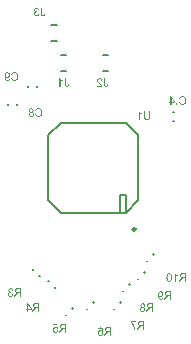
<source format=gbo>
G04*
G04 #@! TF.GenerationSoftware,Altium Limited,Altium Designer,20.0.14 (345)*
G04*
G04 Layer_Color=32896*
%FSLAX25Y25*%
%MOIN*%
G70*
G01*
G75*
%ADD11C,0.00787*%
%ADD52C,0.00984*%
G36*
X-6751Y-3721D02*
X-6643Y-3741D01*
X-6550Y-3773D01*
X-6470Y-3805D01*
X-6434Y-3825D01*
X-6406Y-3841D01*
X-6378Y-3857D01*
X-6358Y-3873D01*
X-6342Y-3886D01*
X-6330Y-3893D01*
X-6322Y-3898D01*
X-6318Y-3901D01*
X-6242Y-3978D01*
X-6181Y-4062D01*
X-6133Y-4150D01*
X-6093Y-4238D01*
X-6069Y-4315D01*
X-6057Y-4347D01*
X-6049Y-4375D01*
X-6045Y-4399D01*
X-6041Y-4415D01*
X-6037Y-4427D01*
Y-4431D01*
X-6378Y-4491D01*
X-6394Y-4403D01*
X-6418Y-4327D01*
X-6446Y-4262D01*
X-6474Y-4210D01*
X-6502Y-4170D01*
X-6526Y-4142D01*
X-6542Y-4122D01*
X-6546Y-4118D01*
X-6599Y-4078D01*
X-6655Y-4046D01*
X-6707Y-4026D01*
X-6759Y-4010D01*
X-6807Y-4002D01*
X-6843Y-3994D01*
X-6875D01*
X-6947Y-3998D01*
X-7012Y-4014D01*
X-7068Y-4034D01*
X-7116Y-4054D01*
X-7152Y-4078D01*
X-7180Y-4098D01*
X-7200Y-4114D01*
X-7204Y-4118D01*
X-7248Y-4166D01*
X-7280Y-4218D01*
X-7300Y-4270D01*
X-7316Y-4319D01*
X-7324Y-4363D01*
X-7332Y-4395D01*
Y-4419D01*
Y-4423D01*
Y-4427D01*
Y-4471D01*
X-7324Y-4511D01*
X-7304Y-4579D01*
X-7276Y-4639D01*
X-7244Y-4691D01*
X-7212Y-4728D01*
X-7184Y-4756D01*
X-7164Y-4772D01*
X-7160Y-4776D01*
X-7156D01*
X-7088Y-4812D01*
X-7023Y-4840D01*
X-6955Y-4860D01*
X-6895Y-4872D01*
X-6843Y-4880D01*
X-6799Y-4888D01*
X-6747D01*
X-6731Y-4884D01*
X-6711D01*
X-6671Y-5185D01*
X-6723Y-5173D01*
X-6771Y-5165D01*
X-6811Y-5157D01*
X-6847Y-5153D01*
X-6875Y-5149D01*
X-6911D01*
X-6995Y-5157D01*
X-7072Y-5173D01*
X-7140Y-5197D01*
X-7196Y-5225D01*
X-7240Y-5253D01*
X-7272Y-5277D01*
X-7292Y-5293D01*
X-7300Y-5301D01*
X-7352Y-5361D01*
X-7393Y-5425D01*
X-7421Y-5489D01*
X-7437Y-5554D01*
X-7449Y-5606D01*
X-7453Y-5650D01*
X-7457Y-5666D01*
Y-5678D01*
Y-5686D01*
Y-5690D01*
X-7449Y-5778D01*
X-7429Y-5858D01*
X-7405Y-5927D01*
X-7372Y-5987D01*
X-7340Y-6035D01*
X-7316Y-6071D01*
X-7296Y-6095D01*
X-7288Y-6103D01*
X-7224Y-6159D01*
X-7156Y-6199D01*
X-7088Y-6227D01*
X-7023Y-6247D01*
X-6967Y-6259D01*
X-6923Y-6263D01*
X-6907Y-6267D01*
X-6883D01*
X-6811Y-6263D01*
X-6743Y-6247D01*
X-6683Y-6227D01*
X-6635Y-6203D01*
X-6594Y-6183D01*
X-6562Y-6163D01*
X-6546Y-6147D01*
X-6538Y-6143D01*
X-6490Y-6087D01*
X-6450Y-6023D01*
X-6414Y-5955D01*
X-6386Y-5883D01*
X-6366Y-5822D01*
X-6358Y-5794D01*
X-6354Y-5770D01*
X-6350Y-5750D01*
X-6346Y-5734D01*
X-6342Y-5726D01*
Y-5722D01*
X-6001Y-5766D01*
X-6009Y-5830D01*
X-6021Y-5891D01*
X-6057Y-6003D01*
X-6101Y-6099D01*
X-6125Y-6139D01*
X-6149Y-6179D01*
X-6173Y-6215D01*
X-6197Y-6243D01*
X-6217Y-6271D01*
X-6238Y-6291D01*
X-6250Y-6307D01*
X-6262Y-6320D01*
X-6270Y-6328D01*
X-6274Y-6332D01*
X-6322Y-6368D01*
X-6370Y-6404D01*
X-6418Y-6432D01*
X-6470Y-6456D01*
X-6570Y-6496D01*
X-6667Y-6520D01*
X-6711Y-6528D01*
X-6751Y-6536D01*
X-6787Y-6540D01*
X-6819Y-6544D01*
X-6843Y-6548D01*
X-6879D01*
X-6955Y-6544D01*
X-7023Y-6536D01*
X-7092Y-6524D01*
X-7156Y-6508D01*
X-7216Y-6488D01*
X-7268Y-6468D01*
X-7320Y-6444D01*
X-7364Y-6420D01*
X-7408Y-6400D01*
X-7445Y-6376D01*
X-7477Y-6356D01*
X-7501Y-6336D01*
X-7521Y-6320D01*
X-7537Y-6307D01*
X-7545Y-6300D01*
X-7549Y-6295D01*
X-7597Y-6247D01*
X-7637Y-6195D01*
X-7673Y-6143D01*
X-7705Y-6091D01*
X-7729Y-6043D01*
X-7753Y-5991D01*
X-7785Y-5895D01*
X-7794Y-5850D01*
X-7801Y-5810D01*
X-7809Y-5774D01*
X-7813Y-5742D01*
X-7818Y-5718D01*
Y-5698D01*
Y-5686D01*
Y-5682D01*
X-7813Y-5586D01*
X-7797Y-5497D01*
X-7773Y-5421D01*
X-7749Y-5357D01*
X-7725Y-5305D01*
X-7701Y-5265D01*
X-7685Y-5241D01*
X-7681Y-5233D01*
X-7625Y-5173D01*
X-7565Y-5121D01*
X-7501Y-5080D01*
X-7437Y-5048D01*
X-7380Y-5024D01*
X-7336Y-5008D01*
X-7320Y-5004D01*
X-7308Y-5000D01*
X-7300Y-4996D01*
X-7296D01*
X-7364Y-4960D01*
X-7421Y-4924D01*
X-7469Y-4884D01*
X-7509Y-4848D01*
X-7541Y-4816D01*
X-7565Y-4788D01*
X-7577Y-4772D01*
X-7581Y-4764D01*
X-7613Y-4707D01*
X-7637Y-4651D01*
X-7657Y-4595D01*
X-7669Y-4543D01*
X-7677Y-4499D01*
X-7681Y-4467D01*
Y-4443D01*
Y-4435D01*
X-7677Y-4367D01*
X-7665Y-4298D01*
X-7649Y-4238D01*
X-7629Y-4186D01*
X-7609Y-4142D01*
X-7593Y-4106D01*
X-7581Y-4086D01*
X-7577Y-4078D01*
X-7537Y-4018D01*
X-7489Y-3966D01*
X-7441Y-3922D01*
X-7393Y-3881D01*
X-7352Y-3853D01*
X-7316Y-3829D01*
X-7292Y-3817D01*
X-7288Y-3813D01*
X-7284D01*
X-7212Y-3781D01*
X-7140Y-3757D01*
X-7068Y-3737D01*
X-7004Y-3725D01*
X-6951Y-3717D01*
X-6907Y-3713D01*
X-6807D01*
X-6751Y-3721D01*
D02*
G37*
G36*
X-5167Y-5638D02*
Y-5722D01*
X-5159Y-5794D01*
X-5155Y-5854D01*
X-5147Y-5903D01*
X-5139Y-5939D01*
X-5135Y-5967D01*
X-5127Y-5983D01*
Y-5987D01*
X-5111Y-6027D01*
X-5091Y-6059D01*
X-5067Y-6087D01*
X-5047Y-6115D01*
X-5023Y-6131D01*
X-5006Y-6147D01*
X-4995Y-6155D01*
X-4990Y-6159D01*
X-4950Y-6179D01*
X-4910Y-6195D01*
X-4870Y-6203D01*
X-4834Y-6211D01*
X-4798Y-6215D01*
X-4774Y-6219D01*
X-4750D01*
X-4686Y-6215D01*
X-4626Y-6199D01*
X-4577Y-6183D01*
X-4533Y-6159D01*
X-4501Y-6139D01*
X-4477Y-6119D01*
X-4461Y-6107D01*
X-4457Y-6103D01*
X-4437Y-6079D01*
X-4421Y-6051D01*
X-4397Y-5987D01*
X-4373Y-5914D01*
X-4361Y-5842D01*
X-4349Y-5774D01*
Y-5746D01*
X-4345Y-5722D01*
X-4341Y-5698D01*
Y-5682D01*
Y-5674D01*
Y-5670D01*
X-4008Y-5718D01*
Y-5794D01*
X-4012Y-5862D01*
X-4024Y-5931D01*
X-4032Y-5991D01*
X-4048Y-6047D01*
X-4064Y-6095D01*
X-4080Y-6143D01*
X-4096Y-6183D01*
X-4116Y-6219D01*
X-4132Y-6251D01*
X-4148Y-6279D01*
X-4164Y-6300D01*
X-4176Y-6316D01*
X-4185Y-6332D01*
X-4188Y-6336D01*
X-4192Y-6340D01*
X-4233Y-6376D01*
X-4273Y-6408D01*
X-4317Y-6436D01*
X-4365Y-6460D01*
X-4457Y-6496D01*
X-4545Y-6520D01*
X-4630Y-6536D01*
X-4662Y-6540D01*
X-4694Y-6544D01*
X-4718Y-6548D01*
X-4754D01*
X-4842Y-6544D01*
X-4922Y-6532D01*
X-4995Y-6516D01*
X-5059Y-6496D01*
X-5111Y-6480D01*
X-5147Y-6464D01*
X-5171Y-6452D01*
X-5179Y-6448D01*
X-5243Y-6408D01*
X-5299Y-6360D01*
X-5343Y-6312D01*
X-5383Y-6267D01*
X-5412Y-6223D01*
X-5432Y-6191D01*
X-5444Y-6167D01*
X-5448Y-6163D01*
Y-6159D01*
X-5476Y-6079D01*
X-5500Y-5995D01*
X-5516Y-5903D01*
X-5524Y-5814D01*
X-5532Y-5738D01*
Y-5706D01*
X-5536Y-5674D01*
Y-5650D01*
Y-5634D01*
Y-5622D01*
Y-5618D01*
Y-3725D01*
X-5167D01*
Y-5638D01*
D02*
G37*
G36*
X981Y-27281D02*
X1025Y-27345D01*
X1077Y-27409D01*
X1125Y-27466D01*
X1173Y-27514D01*
X1209Y-27554D01*
X1225Y-27566D01*
X1237Y-27578D01*
X1241Y-27582D01*
X1245Y-27586D01*
X1329Y-27654D01*
X1414Y-27718D01*
X1494Y-27775D01*
X1574Y-27819D01*
X1642Y-27859D01*
X1670Y-27875D01*
X1694Y-27887D01*
X1714Y-27899D01*
X1730Y-27903D01*
X1738Y-27911D01*
X1742D01*
Y-28240D01*
X1682Y-28216D01*
X1622Y-28188D01*
X1562Y-28159D01*
X1506Y-28131D01*
X1458Y-28107D01*
X1418Y-28087D01*
X1393Y-28071D01*
X1390Y-28067D01*
X1386D01*
X1313Y-28023D01*
X1249Y-27979D01*
X1193Y-27939D01*
X1149Y-27903D01*
X1109Y-27875D01*
X1085Y-27851D01*
X1065Y-27835D01*
X1061Y-27831D01*
Y-30000D01*
X720D01*
Y-27213D01*
X940D01*
X981Y-27281D01*
D02*
G37*
G36*
X2833Y-29138D02*
Y-29222D01*
X2841Y-29294D01*
X2845Y-29354D01*
X2853Y-29403D01*
X2861Y-29439D01*
X2865Y-29467D01*
X2873Y-29483D01*
Y-29487D01*
X2889Y-29527D01*
X2909Y-29559D01*
X2933Y-29587D01*
X2953Y-29615D01*
X2977Y-29631D01*
X2994Y-29647D01*
X3005Y-29655D01*
X3009Y-29659D01*
X3050Y-29679D01*
X3090Y-29695D01*
X3130Y-29703D01*
X3166Y-29711D01*
X3202Y-29715D01*
X3226Y-29719D01*
X3250D01*
X3314Y-29715D01*
X3374Y-29699D01*
X3423Y-29683D01*
X3467Y-29659D01*
X3499Y-29639D01*
X3523Y-29619D01*
X3539Y-29607D01*
X3543Y-29603D01*
X3563Y-29579D01*
X3579Y-29551D01*
X3603Y-29487D01*
X3627Y-29414D01*
X3639Y-29342D01*
X3651Y-29274D01*
Y-29246D01*
X3655Y-29222D01*
X3659Y-29198D01*
Y-29182D01*
Y-29174D01*
Y-29170D01*
X3992Y-29218D01*
Y-29294D01*
X3988Y-29362D01*
X3976Y-29431D01*
X3968Y-29491D01*
X3952Y-29547D01*
X3936Y-29595D01*
X3920Y-29643D01*
X3904Y-29683D01*
X3884Y-29719D01*
X3868Y-29751D01*
X3852Y-29779D01*
X3836Y-29800D01*
X3824Y-29816D01*
X3816Y-29832D01*
X3811Y-29836D01*
X3808Y-29840D01*
X3767Y-29876D01*
X3727Y-29908D01*
X3683Y-29936D01*
X3635Y-29960D01*
X3543Y-29996D01*
X3455Y-30020D01*
X3370Y-30036D01*
X3338Y-30040D01*
X3306Y-30044D01*
X3282Y-30048D01*
X3246D01*
X3158Y-30044D01*
X3078Y-30032D01*
X3005Y-30016D01*
X2941Y-29996D01*
X2889Y-29980D01*
X2853Y-29964D01*
X2829Y-29952D01*
X2821Y-29948D01*
X2757Y-29908D01*
X2701Y-29860D01*
X2657Y-29811D01*
X2617Y-29767D01*
X2589Y-29723D01*
X2568Y-29691D01*
X2556Y-29667D01*
X2552Y-29663D01*
Y-29659D01*
X2524Y-29579D01*
X2500Y-29495D01*
X2484Y-29403D01*
X2476Y-29314D01*
X2468Y-29238D01*
Y-29206D01*
X2464Y-29174D01*
Y-29150D01*
Y-29134D01*
Y-29122D01*
Y-29118D01*
Y-27225D01*
X2833D01*
Y-29138D01*
D02*
G37*
G36*
X14157Y-27217D02*
X14225Y-27221D01*
X14289Y-27233D01*
X14349Y-27245D01*
X14405Y-27261D01*
X14458Y-27277D01*
X14506Y-27297D01*
X14550Y-27317D01*
X14590Y-27337D01*
X14622Y-27357D01*
X14650Y-27373D01*
X14674Y-27389D01*
X14694Y-27402D01*
X14706Y-27413D01*
X14714Y-27418D01*
X14718Y-27422D01*
X14758Y-27462D01*
X14795Y-27506D01*
X14831Y-27554D01*
X14859Y-27602D01*
X14907Y-27698D01*
X14939Y-27795D01*
X14951Y-27839D01*
X14963Y-27883D01*
X14971Y-27919D01*
X14979Y-27951D01*
X14983Y-27979D01*
Y-27999D01*
X14987Y-28011D01*
Y-28015D01*
X14638Y-28051D01*
X14630Y-27959D01*
X14614Y-27879D01*
X14590Y-27806D01*
X14562Y-27750D01*
X14538Y-27702D01*
X14514Y-27670D01*
X14498Y-27650D01*
X14490Y-27642D01*
X14430Y-27594D01*
X14365Y-27558D01*
X14297Y-27530D01*
X14237Y-27514D01*
X14181Y-27502D01*
X14133Y-27498D01*
X14117Y-27494D01*
X14093D01*
X14008Y-27498D01*
X13932Y-27514D01*
X13868Y-27538D01*
X13812Y-27562D01*
X13768Y-27590D01*
X13740Y-27610D01*
X13720Y-27626D01*
X13712Y-27634D01*
X13664Y-27690D01*
X13628Y-27746D01*
X13600Y-27803D01*
X13584Y-27859D01*
X13571Y-27903D01*
X13567Y-27943D01*
X13563Y-27967D01*
Y-27971D01*
Y-27975D01*
X13571Y-28047D01*
X13588Y-28123D01*
X13616Y-28192D01*
X13644Y-28256D01*
X13676Y-28308D01*
X13704Y-28352D01*
X13712Y-28368D01*
X13720Y-28380D01*
X13728Y-28384D01*
Y-28388D01*
X13760Y-28432D01*
X13800Y-28476D01*
X13844Y-28524D01*
X13892Y-28572D01*
X13993Y-28669D01*
X14093Y-28765D01*
X14145Y-28809D01*
X14189Y-28849D01*
X14233Y-28885D01*
X14269Y-28917D01*
X14297Y-28941D01*
X14321Y-28961D01*
X14337Y-28973D01*
X14341Y-28977D01*
X14442Y-29062D01*
X14534Y-29142D01*
X14610Y-29214D01*
X14670Y-29274D01*
X14722Y-29326D01*
X14758Y-29362D01*
X14778Y-29386D01*
X14786Y-29390D01*
Y-29395D01*
X14843Y-29463D01*
X14887Y-29527D01*
X14927Y-29591D01*
X14959Y-29647D01*
X14983Y-29695D01*
X14999Y-29731D01*
X15007Y-29755D01*
X15011Y-29759D01*
Y-29763D01*
X15027Y-29807D01*
X15035Y-29848D01*
X15043Y-29888D01*
X15047Y-29924D01*
X15051Y-29956D01*
Y-29980D01*
Y-29996D01*
Y-30000D01*
X13211D01*
Y-29671D01*
X14578D01*
X14530Y-29603D01*
X14506Y-29575D01*
X14486Y-29547D01*
X14466Y-29523D01*
X14450Y-29507D01*
X14438Y-29495D01*
X14434Y-29491D01*
X14414Y-29471D01*
X14390Y-29451D01*
X14333Y-29399D01*
X14269Y-29338D01*
X14201Y-29278D01*
X14137Y-29226D01*
X14109Y-29202D01*
X14085Y-29178D01*
X14065Y-29162D01*
X14049Y-29150D01*
X14041Y-29142D01*
X14037Y-29138D01*
X13972Y-29082D01*
X13908Y-29030D01*
X13852Y-28977D01*
X13800Y-28933D01*
X13752Y-28889D01*
X13712Y-28849D01*
X13672Y-28813D01*
X13640Y-28781D01*
X13608Y-28749D01*
X13584Y-28725D01*
X13563Y-28705D01*
X13543Y-28685D01*
X13523Y-28661D01*
X13515Y-28653D01*
X13459Y-28585D01*
X13411Y-28524D01*
X13371Y-28464D01*
X13339Y-28416D01*
X13315Y-28372D01*
X13299Y-28340D01*
X13291Y-28320D01*
X13287Y-28312D01*
X13263Y-28252D01*
X13247Y-28192D01*
X13231Y-28135D01*
X13223Y-28087D01*
X13219Y-28043D01*
X13215Y-28011D01*
Y-27991D01*
Y-27983D01*
X13219Y-27923D01*
X13227Y-27867D01*
X13235Y-27810D01*
X13251Y-27762D01*
X13291Y-27666D01*
X13331Y-27590D01*
X13355Y-27554D01*
X13375Y-27526D01*
X13395Y-27498D01*
X13415Y-27478D01*
X13431Y-27462D01*
X13439Y-27446D01*
X13447Y-27442D01*
X13451Y-27438D01*
X13495Y-27398D01*
X13543Y-27361D01*
X13596Y-27333D01*
X13648Y-27309D01*
X13752Y-27269D01*
X13856Y-27241D01*
X13900Y-27233D01*
X13944Y-27225D01*
X13984Y-27221D01*
X14017Y-27217D01*
X14045Y-27213D01*
X14085D01*
X14157Y-27217D01*
D02*
G37*
G36*
X15833Y-29138D02*
Y-29222D01*
X15841Y-29294D01*
X15845Y-29354D01*
X15853Y-29403D01*
X15861Y-29439D01*
X15865Y-29467D01*
X15873Y-29483D01*
Y-29487D01*
X15889Y-29527D01*
X15909Y-29559D01*
X15933Y-29587D01*
X15953Y-29615D01*
X15977Y-29631D01*
X15993Y-29647D01*
X16005Y-29655D01*
X16010Y-29659D01*
X16050Y-29679D01*
X16090Y-29695D01*
X16130Y-29703D01*
X16166Y-29711D01*
X16202Y-29715D01*
X16226Y-29719D01*
X16250D01*
X16314Y-29715D01*
X16374Y-29699D01*
X16423Y-29683D01*
X16467Y-29659D01*
X16499Y-29639D01*
X16523Y-29619D01*
X16539Y-29607D01*
X16543Y-29603D01*
X16563Y-29579D01*
X16579Y-29551D01*
X16603Y-29487D01*
X16627Y-29414D01*
X16639Y-29342D01*
X16651Y-29274D01*
Y-29246D01*
X16655Y-29222D01*
X16659Y-29198D01*
Y-29182D01*
Y-29174D01*
Y-29170D01*
X16992Y-29218D01*
Y-29294D01*
X16988Y-29362D01*
X16976Y-29431D01*
X16968Y-29491D01*
X16952Y-29547D01*
X16936Y-29595D01*
X16920Y-29643D01*
X16904Y-29683D01*
X16884Y-29719D01*
X16868Y-29751D01*
X16852Y-29779D01*
X16836Y-29800D01*
X16824Y-29816D01*
X16815Y-29832D01*
X16812Y-29836D01*
X16807Y-29840D01*
X16767Y-29876D01*
X16727Y-29908D01*
X16683Y-29936D01*
X16635Y-29960D01*
X16543Y-29996D01*
X16455Y-30020D01*
X16370Y-30036D01*
X16338Y-30040D01*
X16306Y-30044D01*
X16282Y-30048D01*
X16246D01*
X16158Y-30044D01*
X16078Y-30032D01*
X16005Y-30016D01*
X15941Y-29996D01*
X15889Y-29980D01*
X15853Y-29964D01*
X15829Y-29952D01*
X15821Y-29948D01*
X15757Y-29908D01*
X15701Y-29860D01*
X15657Y-29811D01*
X15617Y-29767D01*
X15588Y-29723D01*
X15568Y-29691D01*
X15556Y-29667D01*
X15552Y-29663D01*
Y-29659D01*
X15524Y-29579D01*
X15500Y-29495D01*
X15484Y-29403D01*
X15476Y-29314D01*
X15468Y-29238D01*
Y-29206D01*
X15464Y-29174D01*
Y-29150D01*
Y-29134D01*
Y-29122D01*
Y-29118D01*
Y-27225D01*
X15833D01*
Y-29138D01*
D02*
G37*
G36*
X41825Y-33185D02*
X41953Y-33205D01*
X42066Y-33229D01*
X42118Y-33245D01*
X42166Y-33261D01*
X42210Y-33277D01*
X42250Y-33293D01*
X42282Y-33305D01*
X42314Y-33317D01*
X42334Y-33329D01*
X42350Y-33337D01*
X42362Y-33341D01*
X42366Y-33345D01*
X42475Y-33413D01*
X42567Y-33494D01*
X42647Y-33574D01*
X42715Y-33654D01*
X42767Y-33726D01*
X42788Y-33758D01*
X42803Y-33786D01*
X42819Y-33806D01*
X42828Y-33823D01*
X42832Y-33835D01*
X42836Y-33839D01*
X42892Y-33963D01*
X42932Y-34091D01*
X42960Y-34220D01*
X42980Y-34336D01*
X42988Y-34388D01*
X42992Y-34440D01*
X42996Y-34480D01*
Y-34520D01*
X43000Y-34548D01*
Y-34572D01*
Y-34589D01*
Y-34593D01*
X42992Y-34737D01*
X42976Y-34877D01*
X42956Y-35002D01*
X42940Y-35062D01*
X42928Y-35114D01*
X42916Y-35162D01*
X42900Y-35206D01*
X42888Y-35246D01*
X42880Y-35278D01*
X42868Y-35302D01*
X42864Y-35322D01*
X42856Y-35334D01*
Y-35338D01*
X42796Y-35459D01*
X42727Y-35567D01*
X42655Y-35659D01*
X42619Y-35695D01*
X42587Y-35731D01*
X42555Y-35763D01*
X42523Y-35792D01*
X42495Y-35816D01*
X42471Y-35832D01*
X42455Y-35848D01*
X42439Y-35860D01*
X42431Y-35864D01*
X42427Y-35868D01*
X42370Y-35900D01*
X42314Y-35928D01*
X42194Y-35972D01*
X42074Y-36004D01*
X41957Y-36024D01*
X41901Y-36032D01*
X41853Y-36040D01*
X41809Y-36044D01*
X41773D01*
X41741Y-36048D01*
X41697D01*
X41617Y-36044D01*
X41540Y-36036D01*
X41468Y-36028D01*
X41400Y-36012D01*
X41336Y-35992D01*
X41276Y-35972D01*
X41220Y-35952D01*
X41167Y-35928D01*
X41123Y-35908D01*
X41079Y-35888D01*
X41047Y-35868D01*
X41015Y-35848D01*
X40995Y-35832D01*
X40975Y-35824D01*
X40967Y-35816D01*
X40963Y-35811D01*
X40907Y-35763D01*
X40859Y-35715D01*
X40815Y-35659D01*
X40770Y-35603D01*
X40698Y-35491D01*
X40642Y-35378D01*
X40618Y-35326D01*
X40598Y-35278D01*
X40582Y-35234D01*
X40570Y-35198D01*
X40558Y-35166D01*
X40550Y-35142D01*
X40546Y-35126D01*
Y-35122D01*
X40915Y-35030D01*
X40931Y-35094D01*
X40951Y-35154D01*
X40971Y-35210D01*
X40991Y-35262D01*
X41015Y-35310D01*
X41039Y-35350D01*
X41067Y-35390D01*
X41091Y-35427D01*
X41111Y-35459D01*
X41135Y-35483D01*
X41155Y-35507D01*
X41171Y-35527D01*
X41188Y-35539D01*
X41199Y-35551D01*
X41203Y-35555D01*
X41208Y-35559D01*
X41248Y-35591D01*
X41292Y-35615D01*
X41380Y-35659D01*
X41464Y-35691D01*
X41548Y-35711D01*
X41621Y-35727D01*
X41649Y-35731D01*
X41677D01*
X41701Y-35735D01*
X41729D01*
X41821Y-35731D01*
X41909Y-35715D01*
X41989Y-35695D01*
X42062Y-35671D01*
X42118Y-35647D01*
X42142Y-35635D01*
X42162Y-35627D01*
X42178Y-35619D01*
X42190Y-35611D01*
X42198Y-35607D01*
X42202D01*
X42278Y-35551D01*
X42342Y-35491D01*
X42399Y-35423D01*
X42443Y-35358D01*
X42479Y-35302D01*
X42503Y-35254D01*
X42511Y-35234D01*
X42519Y-35222D01*
X42523Y-35214D01*
Y-35210D01*
X42555Y-35106D01*
X42579Y-35002D01*
X42599Y-34897D01*
X42611Y-34801D01*
X42615Y-34757D01*
X42619Y-34717D01*
Y-34681D01*
X42623Y-34653D01*
Y-34629D01*
Y-34609D01*
Y-34596D01*
Y-34593D01*
X42619Y-34488D01*
X42611Y-34392D01*
X42595Y-34304D01*
X42579Y-34224D01*
X42567Y-34155D01*
X42559Y-34127D01*
X42551Y-34103D01*
X42547Y-34083D01*
X42543Y-34071D01*
X42539Y-34063D01*
Y-34059D01*
X42499Y-33967D01*
X42455Y-33883D01*
X42406Y-33815D01*
X42354Y-33754D01*
X42310Y-33706D01*
X42274Y-33674D01*
X42246Y-33654D01*
X42242Y-33646D01*
X42238D01*
X42154Y-33594D01*
X42062Y-33554D01*
X41973Y-33526D01*
X41889Y-33510D01*
X41813Y-33498D01*
X41781Y-33494D01*
X41753D01*
X41733Y-33490D01*
X41701D01*
X41600Y-33494D01*
X41508Y-33510D01*
X41432Y-33534D01*
X41364Y-33558D01*
X41312Y-33586D01*
X41272Y-33606D01*
X41248Y-33622D01*
X41240Y-33630D01*
X41175Y-33690D01*
X41115Y-33758D01*
X41067Y-33831D01*
X41027Y-33903D01*
X40995Y-33967D01*
X40983Y-33999D01*
X40975Y-34023D01*
X40967Y-34043D01*
X40959Y-34059D01*
X40955Y-34067D01*
Y-34071D01*
X40594Y-33987D01*
X40618Y-33915D01*
X40642Y-33851D01*
X40674Y-33790D01*
X40702Y-33730D01*
X40734Y-33678D01*
X40770Y-33630D01*
X40802Y-33582D01*
X40835Y-33542D01*
X40867Y-33510D01*
X40895Y-33478D01*
X40923Y-33450D01*
X40943Y-33430D01*
X40963Y-33410D01*
X40979Y-33397D01*
X40987Y-33393D01*
X40991Y-33389D01*
X41047Y-33353D01*
X41103Y-33317D01*
X41159Y-33289D01*
X41220Y-33265D01*
X41340Y-33229D01*
X41448Y-33205D01*
X41500Y-33193D01*
X41544Y-33189D01*
X41589Y-33185D01*
X41625Y-33181D01*
X41653Y-33177D01*
X41693D01*
X41825Y-33185D01*
D02*
G37*
G36*
X40041Y-36000D02*
X39652D01*
Y-35611D01*
X40041D01*
Y-36000D01*
D02*
G37*
G36*
X39271Y-35022D02*
Y-35334D01*
X38064D01*
Y-36000D01*
X37723D01*
Y-35334D01*
X37346D01*
Y-35022D01*
X37723D01*
Y-33225D01*
X37999D01*
X39271Y-35022D01*
D02*
G37*
G36*
X27323Y-38281D02*
X27367Y-38345D01*
X27419Y-38410D01*
X27467Y-38466D01*
X27515Y-38514D01*
X27551Y-38554D01*
X27567Y-38566D01*
X27580Y-38578D01*
X27584Y-38582D01*
X27588Y-38586D01*
X27672Y-38654D01*
X27756Y-38718D01*
X27836Y-38774D01*
X27916Y-38819D01*
X27984Y-38859D01*
X28012Y-38875D01*
X28037Y-38887D01*
X28057Y-38899D01*
X28073Y-38903D01*
X28081Y-38911D01*
X28085D01*
Y-39240D01*
X28025Y-39216D01*
X27964Y-39187D01*
X27904Y-39159D01*
X27848Y-39131D01*
X27800Y-39107D01*
X27760Y-39087D01*
X27736Y-39071D01*
X27732Y-39067D01*
X27728D01*
X27656Y-39023D01*
X27591Y-38979D01*
X27535Y-38939D01*
X27491Y-38903D01*
X27451Y-38875D01*
X27427Y-38851D01*
X27407Y-38835D01*
X27403Y-38831D01*
Y-41000D01*
X27062D01*
Y-38213D01*
X27283D01*
X27323Y-38281D01*
D02*
G37*
G36*
X31000Y-39829D02*
Y-39909D01*
X30996Y-39985D01*
X30992Y-40058D01*
X30984Y-40126D01*
X30976Y-40186D01*
X30968Y-40242D01*
X30956Y-40294D01*
X30948Y-40342D01*
X30940Y-40387D01*
X30928Y-40423D01*
X30920Y-40455D01*
X30912Y-40479D01*
X30904Y-40499D01*
X30900Y-40515D01*
X30896Y-40523D01*
Y-40527D01*
X30852Y-40615D01*
X30795Y-40695D01*
X30739Y-40759D01*
X30679Y-40815D01*
X30627Y-40860D01*
X30583Y-40892D01*
X30567Y-40900D01*
X30555Y-40908D01*
X30547Y-40916D01*
X30543D01*
X30443Y-40960D01*
X30338Y-40992D01*
X30230Y-41016D01*
X30130Y-41032D01*
X30086Y-41036D01*
X30042Y-41040D01*
X30002Y-41044D01*
X29969D01*
X29941Y-41048D01*
X29905D01*
X29761Y-41040D01*
X29697Y-41032D01*
X29637Y-41024D01*
X29576Y-41012D01*
X29524Y-41000D01*
X29476Y-40988D01*
X29432Y-40972D01*
X29392Y-40956D01*
X29360Y-40944D01*
X29328Y-40932D01*
X29304Y-40920D01*
X29284Y-40908D01*
X29272Y-40904D01*
X29264Y-40896D01*
X29260D01*
X29171Y-40836D01*
X29099Y-40767D01*
X29043Y-40703D01*
X28995Y-40639D01*
X28959Y-40583D01*
X28935Y-40539D01*
X28927Y-40523D01*
X28919Y-40511D01*
X28915Y-40503D01*
Y-40499D01*
X28899Y-40451D01*
X28883Y-40398D01*
X28859Y-40290D01*
X28843Y-40178D01*
X28831Y-40070D01*
X28827Y-40022D01*
X28823Y-39973D01*
Y-39933D01*
X28819Y-39897D01*
Y-39869D01*
Y-39849D01*
Y-39833D01*
Y-39829D01*
Y-38225D01*
X29188D01*
Y-39829D01*
Y-39921D01*
X29195Y-40009D01*
X29204Y-40086D01*
X29216Y-40158D01*
X29228Y-40222D01*
X29244Y-40282D01*
X29256Y-40334D01*
X29272Y-40378D01*
X29288Y-40415D01*
X29304Y-40451D01*
X29320Y-40475D01*
X29332Y-40499D01*
X29344Y-40515D01*
X29352Y-40527D01*
X29356Y-40531D01*
X29360Y-40535D01*
X29396Y-40567D01*
X29436Y-40595D01*
X29524Y-40639D01*
X29617Y-40671D01*
X29713Y-40691D01*
X29801Y-40707D01*
X29837Y-40711D01*
X29873D01*
X29897Y-40715D01*
X29937D01*
X30022Y-40711D01*
X30098Y-40699D01*
X30170Y-40687D01*
X30226Y-40667D01*
X30274Y-40651D01*
X30310Y-40639D01*
X30330Y-40627D01*
X30338Y-40623D01*
X30395Y-40587D01*
X30443Y-40543D01*
X30483Y-40499D01*
X30511Y-40459D01*
X30535Y-40418D01*
X30555Y-40391D01*
X30563Y-40370D01*
X30567Y-40362D01*
X30579Y-40326D01*
X30587Y-40290D01*
X30603Y-40206D01*
X30615Y-40118D01*
X30623Y-40030D01*
X30627Y-39953D01*
Y-39917D01*
X30631Y-39889D01*
Y-39865D01*
Y-39845D01*
Y-39833D01*
Y-39829D01*
Y-38225D01*
X31000D01*
Y-39829D01*
D02*
G37*
G36*
X39323Y-92281D02*
X39367Y-92345D01*
X39419Y-92409D01*
X39467Y-92466D01*
X39515Y-92514D01*
X39551Y-92554D01*
X39567Y-92566D01*
X39579Y-92578D01*
X39584Y-92582D01*
X39588Y-92586D01*
X39672Y-92654D01*
X39756Y-92718D01*
X39836Y-92774D01*
X39916Y-92819D01*
X39985Y-92859D01*
X40012Y-92875D01*
X40037Y-92887D01*
X40057Y-92899D01*
X40073Y-92903D01*
X40081Y-92911D01*
X40085D01*
Y-93240D01*
X40025Y-93216D01*
X39964Y-93187D01*
X39904Y-93159D01*
X39848Y-93131D01*
X39800Y-93107D01*
X39760Y-93087D01*
X39736Y-93071D01*
X39732Y-93067D01*
X39728D01*
X39656Y-93023D01*
X39592Y-92979D01*
X39535Y-92939D01*
X39491Y-92903D01*
X39451Y-92875D01*
X39427Y-92851D01*
X39407Y-92835D01*
X39403Y-92831D01*
Y-95000D01*
X39062D01*
Y-92213D01*
X39283D01*
X39323Y-92281D01*
D02*
G37*
G36*
X43000Y-95000D02*
X42631D01*
Y-93769D01*
X42158D01*
X42114Y-93773D01*
X42082D01*
X42054Y-93777D01*
X42034Y-93781D01*
X42017D01*
X42009Y-93785D01*
X42006D01*
X41941Y-93805D01*
X41913Y-93817D01*
X41889Y-93829D01*
X41865Y-93841D01*
X41849Y-93849D01*
X41841Y-93853D01*
X41837Y-93857D01*
X41805Y-93881D01*
X41773Y-93909D01*
X41713Y-93969D01*
X41685Y-93998D01*
X41665Y-94022D01*
X41653Y-94038D01*
X41649Y-94042D01*
X41609Y-94098D01*
X41564Y-94158D01*
X41520Y-94222D01*
X41476Y-94282D01*
X41440Y-94338D01*
X41412Y-94383D01*
X41400Y-94398D01*
X41392Y-94411D01*
X41384Y-94419D01*
Y-94423D01*
X41019Y-95000D01*
X40562D01*
X41039Y-94246D01*
X41095Y-94166D01*
X41147Y-94094D01*
X41199Y-94034D01*
X41244Y-93977D01*
X41284Y-93937D01*
X41316Y-93905D01*
X41336Y-93885D01*
X41344Y-93877D01*
X41376Y-93853D01*
X41412Y-93825D01*
X41484Y-93781D01*
X41516Y-93765D01*
X41540Y-93749D01*
X41556Y-93741D01*
X41564Y-93737D01*
X41492Y-93725D01*
X41424Y-93713D01*
X41364Y-93693D01*
X41304Y-93677D01*
X41252Y-93657D01*
X41203Y-93633D01*
X41159Y-93612D01*
X41119Y-93593D01*
X41087Y-93568D01*
X41055Y-93548D01*
X41031Y-93532D01*
X41011Y-93516D01*
X40995Y-93504D01*
X40983Y-93492D01*
X40979Y-93488D01*
X40975Y-93484D01*
X40943Y-93444D01*
X40911Y-93404D01*
X40863Y-93320D01*
X40831Y-93236D01*
X40806Y-93155D01*
X40791Y-93087D01*
X40786Y-93059D01*
Y-93031D01*
X40782Y-93011D01*
Y-92995D01*
Y-92987D01*
Y-92983D01*
X40786Y-92899D01*
X40799Y-92823D01*
X40819Y-92750D01*
X40839Y-92690D01*
X40863Y-92638D01*
X40879Y-92598D01*
X40895Y-92574D01*
X40899Y-92570D01*
Y-92566D01*
X40947Y-92502D01*
X40995Y-92446D01*
X41047Y-92397D01*
X41095Y-92361D01*
X41139Y-92333D01*
X41175Y-92317D01*
X41199Y-92305D01*
X41203Y-92301D01*
X41208D01*
X41244Y-92289D01*
X41288Y-92277D01*
X41376Y-92257D01*
X41472Y-92245D01*
X41560Y-92233D01*
X41645Y-92229D01*
X41681D01*
X41713Y-92225D01*
X43000D01*
Y-95000D01*
D02*
G37*
G36*
X37390Y-92221D02*
X37490Y-92237D01*
X37574Y-92265D01*
X37647Y-92293D01*
X37707Y-92325D01*
X37731Y-92337D01*
X37751Y-92353D01*
X37767Y-92361D01*
X37779Y-92369D01*
X37783Y-92378D01*
X37787D01*
X37859Y-92442D01*
X37919Y-92518D01*
X37971Y-92594D01*
X38012Y-92666D01*
X38044Y-92734D01*
X38060Y-92762D01*
X38068Y-92791D01*
X38076Y-92810D01*
X38084Y-92827D01*
X38088Y-92835D01*
Y-92839D01*
X38104Y-92899D01*
X38120Y-92959D01*
X38144Y-93091D01*
X38164Y-93224D01*
X38176Y-93348D01*
X38180Y-93408D01*
X38184Y-93460D01*
Y-93508D01*
X38188Y-93552D01*
Y-93585D01*
Y-93612D01*
Y-93629D01*
Y-93633D01*
X38184Y-93773D01*
X38176Y-93905D01*
X38164Y-94026D01*
X38144Y-94138D01*
X38124Y-94242D01*
X38100Y-94334D01*
X38076Y-94419D01*
X38052Y-94491D01*
X38028Y-94555D01*
X37999Y-94611D01*
X37980Y-94659D01*
X37959Y-94695D01*
X37939Y-94727D01*
X37927Y-94747D01*
X37919Y-94759D01*
X37915Y-94763D01*
X37871Y-94811D01*
X37823Y-94856D01*
X37771Y-94896D01*
X37719Y-94928D01*
X37667Y-94956D01*
X37615Y-94980D01*
X37562Y-94996D01*
X37514Y-95012D01*
X37466Y-95024D01*
X37422Y-95032D01*
X37382Y-95040D01*
X37350Y-95044D01*
X37322Y-95048D01*
X37282D01*
X37174Y-95040D01*
X37073Y-95024D01*
X36989Y-94996D01*
X36917Y-94968D01*
X36857Y-94940D01*
X36837Y-94924D01*
X36817Y-94912D01*
X36801Y-94904D01*
X36788Y-94896D01*
X36784Y-94888D01*
X36781D01*
X36708Y-94820D01*
X36648Y-94747D01*
X36596Y-94667D01*
X36556Y-94595D01*
X36524Y-94527D01*
X36508Y-94499D01*
X36500Y-94471D01*
X36492Y-94451D01*
X36484Y-94435D01*
X36480Y-94427D01*
Y-94423D01*
X36460Y-94362D01*
X36444Y-94302D01*
X36420Y-94174D01*
X36399Y-94042D01*
X36388Y-93913D01*
X36384Y-93857D01*
X36380Y-93805D01*
Y-93757D01*
X36375Y-93713D01*
Y-93681D01*
Y-93653D01*
Y-93637D01*
Y-93633D01*
Y-93556D01*
X36380Y-93484D01*
Y-93420D01*
X36384Y-93356D01*
X36391Y-93300D01*
X36395Y-93244D01*
X36399Y-93195D01*
X36408Y-93151D01*
X36412Y-93111D01*
X36420Y-93075D01*
X36424Y-93047D01*
X36428Y-93023D01*
X36432Y-93003D01*
X36436Y-92991D01*
X36440Y-92983D01*
Y-92979D01*
X36464Y-92891D01*
X36492Y-92810D01*
X36524Y-92742D01*
X36548Y-92682D01*
X36576Y-92630D01*
X36592Y-92594D01*
X36608Y-92574D01*
X36612Y-92566D01*
X36656Y-92506D01*
X36700Y-92454D01*
X36748Y-92409D01*
X36792Y-92369D01*
X36833Y-92341D01*
X36865Y-92321D01*
X36885Y-92309D01*
X36889Y-92305D01*
X36893D01*
X36957Y-92273D01*
X37025Y-92253D01*
X37089Y-92237D01*
X37149Y-92225D01*
X37201Y-92217D01*
X37246Y-92213D01*
X37282D01*
X37390Y-92221D01*
D02*
G37*
G36*
X34543Y-98217D02*
X34607Y-98225D01*
X34672Y-98237D01*
X34728Y-98253D01*
X34836Y-98297D01*
X34884Y-98317D01*
X34924Y-98341D01*
X34964Y-98369D01*
X34997Y-98390D01*
X35029Y-98413D01*
X35053Y-98434D01*
X35073Y-98450D01*
X35085Y-98462D01*
X35093Y-98470D01*
X35097Y-98474D01*
X35141Y-98522D01*
X35177Y-98578D01*
X35213Y-98630D01*
X35241Y-98686D01*
X35265Y-98746D01*
X35285Y-98803D01*
X35313Y-98907D01*
X35325Y-98959D01*
X35333Y-99003D01*
X35337Y-99047D01*
X35341Y-99083D01*
X35345Y-99111D01*
Y-99131D01*
Y-99147D01*
Y-99151D01*
X35341Y-99228D01*
X35333Y-99296D01*
X35325Y-99364D01*
X35309Y-99428D01*
X35289Y-99484D01*
X35269Y-99540D01*
X35249Y-99589D01*
X35225Y-99633D01*
X35205Y-99673D01*
X35185Y-99709D01*
X35165Y-99737D01*
X35145Y-99765D01*
X35129Y-99785D01*
X35121Y-99797D01*
X35113Y-99805D01*
X35109Y-99809D01*
X35065Y-99853D01*
X35017Y-99889D01*
X34968Y-99925D01*
X34916Y-99953D01*
X34868Y-99977D01*
X34820Y-99998D01*
X34728Y-100026D01*
X34688Y-100038D01*
X34648Y-100046D01*
X34616Y-100050D01*
X34584Y-100054D01*
X34559Y-100058D01*
X34527D01*
X34451Y-100054D01*
X34379Y-100042D01*
X34315Y-100026D01*
X34255Y-100005D01*
X34211Y-99989D01*
X34174Y-99973D01*
X34150Y-99961D01*
X34142Y-99957D01*
X34078Y-99917D01*
X34022Y-99873D01*
X33974Y-99829D01*
X33934Y-99789D01*
X33906Y-99749D01*
X33882Y-99721D01*
X33866Y-99701D01*
X33862Y-99693D01*
Y-99725D01*
Y-99745D01*
Y-99757D01*
Y-99761D01*
X33866Y-99841D01*
X33870Y-99917D01*
X33878Y-99985D01*
X33886Y-100050D01*
X33898Y-100102D01*
X33906Y-100142D01*
X33910Y-100158D01*
Y-100170D01*
X33914Y-100174D01*
Y-100178D01*
X33934Y-100250D01*
X33954Y-100314D01*
X33974Y-100370D01*
X33994Y-100419D01*
X34010Y-100455D01*
X34026Y-100483D01*
X34034Y-100503D01*
X34038Y-100507D01*
X34070Y-100551D01*
X34102Y-100587D01*
X34134Y-100619D01*
X34166Y-100647D01*
X34190Y-100671D01*
X34215Y-100687D01*
X34231Y-100695D01*
X34235Y-100699D01*
X34279Y-100723D01*
X34327Y-100739D01*
X34371Y-100751D01*
X34415Y-100759D01*
X34451Y-100763D01*
X34479Y-100767D01*
X34507D01*
X34571Y-100763D01*
X34632Y-100751D01*
X34684Y-100735D01*
X34728Y-100715D01*
X34760Y-100699D01*
X34788Y-100683D01*
X34804Y-100671D01*
X34808Y-100667D01*
X34848Y-100623D01*
X34880Y-100571D01*
X34908Y-100515D01*
X34928Y-100459D01*
X34944Y-100410D01*
X34956Y-100366D01*
X34960Y-100350D01*
Y-100342D01*
X34964Y-100334D01*
Y-100330D01*
X35293Y-100358D01*
X35269Y-100475D01*
X35237Y-100575D01*
X35197Y-100663D01*
X35157Y-100735D01*
X35117Y-100792D01*
X35097Y-100815D01*
X35081Y-100836D01*
X35069Y-100848D01*
X35057Y-100860D01*
X35053Y-100864D01*
X35049Y-100868D01*
X35008Y-100900D01*
X34964Y-100928D01*
X34876Y-100972D01*
X34788Y-101004D01*
X34704Y-101024D01*
X34628Y-101040D01*
X34596Y-101044D01*
X34567D01*
X34547Y-101048D01*
X34515D01*
X34403Y-101040D01*
X34303Y-101024D01*
X34211Y-100996D01*
X34134Y-100964D01*
X34102Y-100952D01*
X34070Y-100936D01*
X34046Y-100920D01*
X34022Y-100908D01*
X34006Y-100900D01*
X33994Y-100892D01*
X33986Y-100884D01*
X33982D01*
X33902Y-100815D01*
X33830Y-100739D01*
X33773Y-100659D01*
X33725Y-100583D01*
X33685Y-100515D01*
X33669Y-100483D01*
X33657Y-100459D01*
X33649Y-100435D01*
X33641Y-100419D01*
X33637Y-100410D01*
Y-100407D01*
X33617Y-100346D01*
X33597Y-100278D01*
X33569Y-100142D01*
X33549Y-99998D01*
X33537Y-99861D01*
X33529Y-99801D01*
X33525Y-99741D01*
Y-99689D01*
X33521Y-99645D01*
Y-99608D01*
Y-99581D01*
Y-99560D01*
Y-99556D01*
Y-99464D01*
X33525Y-99376D01*
X33533Y-99296D01*
X33541Y-99220D01*
X33549Y-99151D01*
X33557Y-99087D01*
X33569Y-99027D01*
X33581Y-98975D01*
X33593Y-98931D01*
X33601Y-98891D01*
X33613Y-98855D01*
X33621Y-98827D01*
X33629Y-98807D01*
X33637Y-98791D01*
X33641Y-98782D01*
Y-98778D01*
X33689Y-98682D01*
X33741Y-98598D01*
X33801Y-98526D01*
X33854Y-98466D01*
X33906Y-98422D01*
X33946Y-98390D01*
X33962Y-98378D01*
X33974Y-98369D01*
X33978Y-98361D01*
X33982D01*
X34066Y-98313D01*
X34150Y-98277D01*
X34235Y-98249D01*
X34311Y-98233D01*
X34379Y-98221D01*
X34407Y-98217D01*
X34427D01*
X34447Y-98213D01*
X34475D01*
X34543Y-98217D01*
D02*
G37*
G36*
X38000Y-101000D02*
X37631D01*
Y-99769D01*
X37158D01*
X37114Y-99773D01*
X37082D01*
X37054Y-99777D01*
X37034Y-99781D01*
X37018D01*
X37010Y-99785D01*
X37005D01*
X36941Y-99805D01*
X36913Y-99817D01*
X36889Y-99829D01*
X36865Y-99841D01*
X36849Y-99849D01*
X36841Y-99853D01*
X36837Y-99857D01*
X36805Y-99881D01*
X36773Y-99909D01*
X36713Y-99969D01*
X36685Y-99998D01*
X36665Y-100022D01*
X36653Y-100038D01*
X36649Y-100042D01*
X36608Y-100098D01*
X36564Y-100158D01*
X36520Y-100222D01*
X36476Y-100282D01*
X36440Y-100338D01*
X36412Y-100382D01*
X36400Y-100399D01*
X36392Y-100410D01*
X36384Y-100419D01*
Y-100423D01*
X36019Y-101000D01*
X35562D01*
X36039Y-100246D01*
X36095Y-100166D01*
X36147Y-100094D01*
X36200Y-100034D01*
X36244Y-99977D01*
X36284Y-99937D01*
X36316Y-99905D01*
X36336Y-99885D01*
X36344Y-99877D01*
X36376Y-99853D01*
X36412Y-99825D01*
X36484Y-99781D01*
X36516Y-99765D01*
X36540Y-99749D01*
X36556Y-99741D01*
X36564Y-99737D01*
X36492Y-99725D01*
X36424Y-99713D01*
X36364Y-99693D01*
X36304Y-99677D01*
X36252Y-99657D01*
X36204Y-99633D01*
X36159Y-99612D01*
X36119Y-99593D01*
X36087Y-99568D01*
X36055Y-99548D01*
X36031Y-99532D01*
X36011Y-99516D01*
X35995Y-99504D01*
X35983Y-99492D01*
X35979Y-99488D01*
X35975Y-99484D01*
X35943Y-99444D01*
X35911Y-99404D01*
X35863Y-99320D01*
X35831Y-99236D01*
X35807Y-99155D01*
X35791Y-99087D01*
X35787Y-99059D01*
Y-99031D01*
X35783Y-99011D01*
Y-98995D01*
Y-98987D01*
Y-98983D01*
X35787Y-98899D01*
X35798Y-98823D01*
X35819Y-98750D01*
X35839Y-98690D01*
X35863Y-98638D01*
X35879Y-98598D01*
X35895Y-98574D01*
X35899Y-98570D01*
Y-98566D01*
X35947Y-98502D01*
X35995Y-98446D01*
X36047Y-98397D01*
X36095Y-98361D01*
X36139Y-98333D01*
X36176Y-98317D01*
X36200Y-98305D01*
X36204Y-98301D01*
X36208D01*
X36244Y-98289D01*
X36288Y-98277D01*
X36376Y-98257D01*
X36472Y-98245D01*
X36560Y-98233D01*
X36645Y-98229D01*
X36681D01*
X36713Y-98225D01*
X38000D01*
Y-101000D01*
D02*
G37*
G36*
X32000Y-105000D02*
X31631D01*
Y-103769D01*
X31158D01*
X31114Y-103773D01*
X31082D01*
X31054Y-103777D01*
X31034Y-103781D01*
X31018D01*
X31010Y-103785D01*
X31005D01*
X30941Y-103805D01*
X30913Y-103817D01*
X30889Y-103829D01*
X30865Y-103841D01*
X30849Y-103849D01*
X30841Y-103853D01*
X30837Y-103857D01*
X30805Y-103881D01*
X30773Y-103909D01*
X30713Y-103969D01*
X30685Y-103998D01*
X30665Y-104022D01*
X30653Y-104038D01*
X30649Y-104042D01*
X30608Y-104098D01*
X30564Y-104158D01*
X30520Y-104222D01*
X30476Y-104282D01*
X30440Y-104338D01*
X30412Y-104383D01*
X30400Y-104399D01*
X30392Y-104411D01*
X30384Y-104419D01*
Y-104423D01*
X30019Y-105000D01*
X29562D01*
X30039Y-104246D01*
X30095Y-104166D01*
X30147Y-104094D01*
X30200Y-104034D01*
X30244Y-103977D01*
X30284Y-103937D01*
X30316Y-103905D01*
X30336Y-103885D01*
X30344Y-103877D01*
X30376Y-103853D01*
X30412Y-103825D01*
X30484Y-103781D01*
X30516Y-103765D01*
X30540Y-103749D01*
X30556Y-103741D01*
X30564Y-103737D01*
X30492Y-103725D01*
X30424Y-103713D01*
X30364Y-103693D01*
X30304Y-103677D01*
X30252Y-103657D01*
X30204Y-103633D01*
X30159Y-103612D01*
X30119Y-103593D01*
X30087Y-103568D01*
X30055Y-103548D01*
X30031Y-103532D01*
X30011Y-103516D01*
X29995Y-103504D01*
X29983Y-103492D01*
X29979Y-103488D01*
X29975Y-103484D01*
X29943Y-103444D01*
X29911Y-103404D01*
X29863Y-103320D01*
X29831Y-103236D01*
X29807Y-103155D01*
X29790Y-103087D01*
X29787Y-103059D01*
Y-103031D01*
X29783Y-103011D01*
Y-102995D01*
Y-102987D01*
Y-102983D01*
X29787Y-102899D01*
X29798Y-102823D01*
X29819Y-102750D01*
X29839Y-102690D01*
X29863Y-102638D01*
X29879Y-102598D01*
X29895Y-102574D01*
X29899Y-102570D01*
Y-102566D01*
X29947Y-102502D01*
X29995Y-102446D01*
X30047Y-102398D01*
X30095Y-102361D01*
X30139Y-102333D01*
X30176Y-102317D01*
X30200Y-102305D01*
X30204Y-102301D01*
X30207D01*
X30244Y-102289D01*
X30288Y-102277D01*
X30376Y-102257D01*
X30472Y-102245D01*
X30560Y-102233D01*
X30645Y-102229D01*
X30681D01*
X30713Y-102225D01*
X32000D01*
Y-105000D01*
D02*
G37*
G36*
X28507Y-102217D02*
X28571Y-102221D01*
X28684Y-102245D01*
X28736Y-102261D01*
X28784Y-102277D01*
X28828Y-102297D01*
X28868Y-102317D01*
X28900Y-102337D01*
X28932Y-102357D01*
X28960Y-102374D01*
X28980Y-102390D01*
X28997Y-102401D01*
X29008Y-102414D01*
X29017Y-102418D01*
X29021Y-102422D01*
X29057Y-102462D01*
X29093Y-102502D01*
X29121Y-102546D01*
X29145Y-102590D01*
X29185Y-102674D01*
X29209Y-102754D01*
X29225Y-102823D01*
X29229Y-102855D01*
X29233Y-102879D01*
X29237Y-102903D01*
Y-102919D01*
Y-102927D01*
Y-102931D01*
X29233Y-103003D01*
X29221Y-103071D01*
X29205Y-103131D01*
X29185Y-103183D01*
X29169Y-103224D01*
X29153Y-103256D01*
X29141Y-103272D01*
X29137Y-103280D01*
X29093Y-103328D01*
X29045Y-103372D01*
X28993Y-103412D01*
X28940Y-103444D01*
X28892Y-103468D01*
X28856Y-103484D01*
X28840Y-103492D01*
X28828Y-103496D01*
X28824Y-103500D01*
X28820D01*
X28912Y-103528D01*
X28989Y-103564D01*
X29057Y-103609D01*
X29113Y-103649D01*
X29157Y-103689D01*
X29189Y-103721D01*
X29205Y-103741D01*
X29213Y-103745D01*
Y-103749D01*
X29257Y-103821D01*
X29293Y-103897D01*
X29317Y-103969D01*
X29333Y-104042D01*
X29341Y-104106D01*
X29345Y-104134D01*
Y-104158D01*
X29349Y-104174D01*
Y-104190D01*
Y-104198D01*
Y-104202D01*
X29345Y-104266D01*
X29337Y-104330D01*
X29325Y-104391D01*
X29309Y-104451D01*
X29269Y-104551D01*
X29249Y-104599D01*
X29225Y-104639D01*
X29201Y-104679D01*
X29181Y-104711D01*
X29157Y-104739D01*
X29141Y-104763D01*
X29125Y-104783D01*
X29113Y-104796D01*
X29105Y-104804D01*
X29101Y-104807D01*
X29053Y-104852D01*
X29000Y-104888D01*
X28944Y-104920D01*
X28888Y-104948D01*
X28836Y-104968D01*
X28780Y-104988D01*
X28672Y-105016D01*
X28624Y-105028D01*
X28580Y-105036D01*
X28539Y-105040D01*
X28503Y-105044D01*
X28475Y-105048D01*
X28435D01*
X28359Y-105044D01*
X28291Y-105036D01*
X28223Y-105024D01*
X28158Y-105012D01*
X28102Y-104992D01*
X28046Y-104972D01*
X27994Y-104952D01*
X27950Y-104928D01*
X27910Y-104904D01*
X27874Y-104884D01*
X27846Y-104864D01*
X27818Y-104844D01*
X27797Y-104832D01*
X27786Y-104820D01*
X27777Y-104812D01*
X27773Y-104807D01*
X27729Y-104759D01*
X27689Y-104711D01*
X27657Y-104663D01*
X27629Y-104611D01*
X27601Y-104563D01*
X27581Y-104511D01*
X27553Y-104419D01*
X27541Y-104374D01*
X27533Y-104334D01*
X27529Y-104298D01*
X27525Y-104270D01*
X27521Y-104246D01*
Y-104226D01*
Y-104214D01*
Y-104210D01*
X27525Y-104118D01*
X27541Y-104034D01*
X27565Y-103957D01*
X27589Y-103893D01*
X27613Y-103841D01*
X27637Y-103801D01*
X27653Y-103777D01*
X27657Y-103773D01*
Y-103769D01*
X27713Y-103705D01*
X27773Y-103649D01*
X27838Y-103604D01*
X27898Y-103564D01*
X27954Y-103536D01*
X28002Y-103516D01*
X28018Y-103508D01*
X28030Y-103504D01*
X28038Y-103500D01*
X28042D01*
X27970Y-103468D01*
X27910Y-103432D01*
X27858Y-103396D01*
X27814Y-103360D01*
X27782Y-103328D01*
X27757Y-103304D01*
X27741Y-103288D01*
X27737Y-103280D01*
X27701Y-103224D01*
X27677Y-103167D01*
X27657Y-103111D01*
X27645Y-103055D01*
X27637Y-103011D01*
X27633Y-102975D01*
Y-102951D01*
Y-102947D01*
Y-102943D01*
X27637Y-102887D01*
X27641Y-102835D01*
X27669Y-102734D01*
X27705Y-102646D01*
X27745Y-102570D01*
X27786Y-102510D01*
X27806Y-102486D01*
X27822Y-102462D01*
X27838Y-102446D01*
X27850Y-102434D01*
X27854Y-102430D01*
X27858Y-102426D01*
X27902Y-102390D01*
X27946Y-102353D01*
X27994Y-102325D01*
X28042Y-102301D01*
X28138Y-102265D01*
X28235Y-102241D01*
X28275Y-102229D01*
X28315Y-102225D01*
X28351Y-102221D01*
X28383Y-102217D01*
X28407Y-102213D01*
X28443D01*
X28507Y-102217D01*
D02*
G37*
G36*
X29000Y-111000D02*
X28631D01*
Y-109769D01*
X28158D01*
X28114Y-109773D01*
X28082D01*
X28054Y-109777D01*
X28034Y-109781D01*
X28018D01*
X28010Y-109785D01*
X28005D01*
X27941Y-109805D01*
X27913Y-109817D01*
X27889Y-109829D01*
X27865Y-109841D01*
X27849Y-109849D01*
X27841Y-109853D01*
X27837Y-109857D01*
X27805Y-109881D01*
X27773Y-109909D01*
X27713Y-109969D01*
X27685Y-109997D01*
X27665Y-110022D01*
X27653Y-110038D01*
X27649Y-110042D01*
X27608Y-110098D01*
X27564Y-110158D01*
X27520Y-110222D01*
X27476Y-110282D01*
X27440Y-110338D01*
X27412Y-110382D01*
X27400Y-110398D01*
X27392Y-110410D01*
X27384Y-110419D01*
Y-110423D01*
X27019Y-111000D01*
X26562D01*
X27039Y-110246D01*
X27095Y-110166D01*
X27147Y-110094D01*
X27200Y-110034D01*
X27244Y-109977D01*
X27284Y-109937D01*
X27316Y-109905D01*
X27336Y-109885D01*
X27344Y-109877D01*
X27376Y-109853D01*
X27412Y-109825D01*
X27484Y-109781D01*
X27516Y-109765D01*
X27540Y-109749D01*
X27556Y-109741D01*
X27564Y-109737D01*
X27492Y-109725D01*
X27424Y-109713D01*
X27364Y-109693D01*
X27304Y-109677D01*
X27252Y-109657D01*
X27204Y-109633D01*
X27159Y-109613D01*
X27119Y-109592D01*
X27087Y-109568D01*
X27055Y-109548D01*
X27031Y-109532D01*
X27011Y-109516D01*
X26995Y-109504D01*
X26983Y-109492D01*
X26979Y-109488D01*
X26975Y-109484D01*
X26943Y-109444D01*
X26911Y-109404D01*
X26863Y-109320D01*
X26831Y-109236D01*
X26807Y-109155D01*
X26790Y-109087D01*
X26787Y-109059D01*
Y-109031D01*
X26783Y-109011D01*
Y-108995D01*
Y-108987D01*
Y-108983D01*
X26787Y-108899D01*
X26798Y-108823D01*
X26819Y-108750D01*
X26839Y-108690D01*
X26863Y-108638D01*
X26879Y-108598D01*
X26895Y-108574D01*
X26899Y-108570D01*
Y-108566D01*
X26947Y-108502D01*
X26995Y-108446D01*
X27047Y-108397D01*
X27095Y-108361D01*
X27139Y-108333D01*
X27176Y-108317D01*
X27200Y-108305D01*
X27204Y-108301D01*
X27207D01*
X27244Y-108289D01*
X27288Y-108277D01*
X27376Y-108257D01*
X27472Y-108245D01*
X27560Y-108233D01*
X27645Y-108229D01*
X27681D01*
X27713Y-108225D01*
X29000D01*
Y-111000D01*
D02*
G37*
G36*
X26321Y-108590D02*
X24962D01*
X25058Y-108706D01*
X25150Y-108831D01*
X25231Y-108951D01*
X25307Y-109067D01*
X25339Y-109119D01*
X25367Y-109167D01*
X25395Y-109212D01*
X25415Y-109248D01*
X25431Y-109280D01*
X25443Y-109300D01*
X25451Y-109316D01*
X25455Y-109320D01*
X25535Y-109480D01*
X25607Y-109641D01*
X25668Y-109793D01*
X25692Y-109861D01*
X25716Y-109929D01*
X25740Y-109990D01*
X25756Y-110046D01*
X25772Y-110094D01*
X25784Y-110134D01*
X25796Y-110170D01*
X25804Y-110194D01*
X25808Y-110210D01*
Y-110214D01*
X25848Y-110378D01*
X25864Y-110459D01*
X25876Y-110531D01*
X25888Y-110599D01*
X25900Y-110667D01*
X25908Y-110723D01*
X25916Y-110779D01*
X25920Y-110828D01*
X25924Y-110872D01*
X25928Y-110912D01*
Y-110944D01*
X25932Y-110968D01*
Y-110984D01*
Y-110996D01*
Y-111000D01*
X25583D01*
X25571Y-110848D01*
X25551Y-110707D01*
X25531Y-110579D01*
X25519Y-110519D01*
X25507Y-110463D01*
X25499Y-110415D01*
X25487Y-110370D01*
X25479Y-110330D01*
X25471Y-110298D01*
X25463Y-110274D01*
X25459Y-110254D01*
X25455Y-110242D01*
Y-110238D01*
X25395Y-110054D01*
X25331Y-109881D01*
X25299Y-109797D01*
X25267Y-109717D01*
X25231Y-109645D01*
X25199Y-109572D01*
X25170Y-109508D01*
X25142Y-109452D01*
X25118Y-109404D01*
X25098Y-109360D01*
X25078Y-109324D01*
X25066Y-109300D01*
X25058Y-109284D01*
X25054Y-109280D01*
X25006Y-109195D01*
X24958Y-109111D01*
X24910Y-109035D01*
X24862Y-108963D01*
X24818Y-108899D01*
X24773Y-108835D01*
X24729Y-108779D01*
X24693Y-108730D01*
X24657Y-108682D01*
X24625Y-108642D01*
X24593Y-108610D01*
X24569Y-108582D01*
X24553Y-108558D01*
X24537Y-108542D01*
X24529Y-108534D01*
X24525Y-108530D01*
Y-108261D01*
X26321D01*
Y-108590D01*
D02*
G37*
G36*
X14443Y-110217D02*
X14519Y-110225D01*
X14592Y-110241D01*
X14660Y-110261D01*
X14720Y-110289D01*
X14780Y-110313D01*
X14832Y-110345D01*
X14880Y-110373D01*
X14920Y-110401D01*
X14960Y-110434D01*
X14992Y-110458D01*
X15017Y-110482D01*
X15037Y-110506D01*
X15053Y-110522D01*
X15061Y-110530D01*
X15065Y-110534D01*
X15117Y-110606D01*
X15161Y-110690D01*
X15201Y-110778D01*
X15237Y-110871D01*
X15265Y-110967D01*
X15289Y-111063D01*
X15309Y-111163D01*
X15325Y-111256D01*
X15337Y-111348D01*
X15345Y-111432D01*
X15353Y-111508D01*
X15357Y-111572D01*
Y-111629D01*
X15361Y-111669D01*
Y-111685D01*
Y-111697D01*
Y-111701D01*
Y-111705D01*
X15357Y-111833D01*
X15349Y-111953D01*
X15337Y-112066D01*
X15317Y-112170D01*
X15297Y-112262D01*
X15277Y-112346D01*
X15253Y-112423D01*
X15225Y-112491D01*
X15201Y-112547D01*
X15177Y-112599D01*
X15157Y-112639D01*
X15133Y-112675D01*
X15117Y-112703D01*
X15105Y-112719D01*
X15097Y-112731D01*
X15093Y-112735D01*
X15041Y-112792D01*
X14985Y-112840D01*
X14928Y-112880D01*
X14872Y-112916D01*
X14812Y-112948D01*
X14756Y-112972D01*
X14700Y-112992D01*
X14644Y-113008D01*
X14595Y-113020D01*
X14547Y-113032D01*
X14507Y-113040D01*
X14471Y-113044D01*
X14439D01*
X14419Y-113048D01*
X14399D01*
X14307Y-113044D01*
X14223Y-113028D01*
X14146Y-113012D01*
X14078Y-112988D01*
X14026Y-112968D01*
X13986Y-112948D01*
X13970Y-112944D01*
X13958Y-112936D01*
X13954Y-112932D01*
X13950D01*
X13882Y-112884D01*
X13818Y-112828D01*
X13765Y-112771D01*
X13721Y-112715D01*
X13685Y-112663D01*
X13661Y-112623D01*
X13653Y-112607D01*
X13645Y-112595D01*
X13641Y-112591D01*
Y-112587D01*
X13601Y-112503D01*
X13573Y-112415D01*
X13553Y-112334D01*
X13541Y-112258D01*
X13529Y-112194D01*
Y-112170D01*
X13525Y-112146D01*
Y-112126D01*
Y-112114D01*
Y-112106D01*
Y-112102D01*
X13529Y-112030D01*
X13537Y-111961D01*
X13549Y-111893D01*
X13561Y-111833D01*
X13581Y-111777D01*
X13601Y-111721D01*
X13621Y-111673D01*
X13645Y-111629D01*
X13669Y-111589D01*
X13689Y-111552D01*
X13709Y-111524D01*
X13729Y-111496D01*
X13741Y-111476D01*
X13753Y-111464D01*
X13761Y-111456D01*
X13765Y-111452D01*
X13810Y-111408D01*
X13858Y-111368D01*
X13910Y-111336D01*
X13958Y-111308D01*
X14006Y-111280D01*
X14054Y-111260D01*
X14146Y-111232D01*
X14187Y-111220D01*
X14227Y-111212D01*
X14259Y-111207D01*
X14291Y-111204D01*
X14315Y-111199D01*
X14347D01*
X14419Y-111204D01*
X14487Y-111216D01*
X14551Y-111228D01*
X14607Y-111244D01*
X14656Y-111264D01*
X14692Y-111276D01*
X14716Y-111288D01*
X14720Y-111292D01*
X14724D01*
X14788Y-111332D01*
X14844Y-111376D01*
X14896Y-111420D01*
X14936Y-111468D01*
X14973Y-111508D01*
X15000Y-111540D01*
X15017Y-111564D01*
X15021Y-111568D01*
Y-111496D01*
X15017Y-111424D01*
X15012Y-111360D01*
X15004Y-111296D01*
X15000Y-111240D01*
X14992Y-111188D01*
X14985Y-111139D01*
X14973Y-111095D01*
X14964Y-111055D01*
X14956Y-111023D01*
X14948Y-110995D01*
X14944Y-110971D01*
X14936Y-110955D01*
X14932Y-110943D01*
X14928Y-110935D01*
Y-110931D01*
X14888Y-110851D01*
X14848Y-110778D01*
X14804Y-110722D01*
X14764Y-110674D01*
X14728Y-110634D01*
X14700Y-110606D01*
X14680Y-110590D01*
X14672Y-110586D01*
X14624Y-110554D01*
X14575Y-110534D01*
X14527Y-110518D01*
X14479Y-110506D01*
X14443Y-110498D01*
X14411Y-110494D01*
X14383D01*
X14311Y-110502D01*
X14243Y-110518D01*
X14187Y-110542D01*
X14134Y-110566D01*
X14094Y-110594D01*
X14066Y-110618D01*
X14050Y-110634D01*
X14042Y-110642D01*
X14014Y-110678D01*
X13986Y-110722D01*
X13962Y-110770D01*
X13946Y-110819D01*
X13930Y-110863D01*
X13918Y-110899D01*
X13914Y-110923D01*
X13910Y-110927D01*
Y-110931D01*
X13569Y-110903D01*
X13593Y-110791D01*
X13629Y-110690D01*
X13669Y-110602D01*
X13713Y-110530D01*
X13757Y-110474D01*
X13773Y-110450D01*
X13793Y-110430D01*
X13805Y-110418D01*
X13818Y-110406D01*
X13822Y-110401D01*
X13826Y-110398D01*
X13866Y-110365D01*
X13910Y-110337D01*
X13998Y-110289D01*
X14086Y-110257D01*
X14170Y-110237D01*
X14247Y-110221D01*
X14279Y-110217D01*
X14307D01*
X14331Y-110213D01*
X14363D01*
X14443Y-110217D01*
D02*
G37*
G36*
X18000Y-113000D02*
X17631D01*
Y-111769D01*
X17158D01*
X17114Y-111773D01*
X17082D01*
X17054Y-111777D01*
X17034Y-111781D01*
X17018D01*
X17009Y-111785D01*
X17006D01*
X16941Y-111805D01*
X16913Y-111817D01*
X16889Y-111829D01*
X16865Y-111841D01*
X16849Y-111849D01*
X16841Y-111853D01*
X16837Y-111857D01*
X16805Y-111881D01*
X16773Y-111909D01*
X16713Y-111969D01*
X16685Y-111997D01*
X16665Y-112022D01*
X16653Y-112038D01*
X16649Y-112042D01*
X16609Y-112098D01*
X16564Y-112158D01*
X16520Y-112222D01*
X16476Y-112282D01*
X16440Y-112338D01*
X16412Y-112382D01*
X16400Y-112399D01*
X16392Y-112410D01*
X16384Y-112419D01*
Y-112423D01*
X16019Y-113000D01*
X15562D01*
X16039Y-112246D01*
X16095Y-112166D01*
X16147Y-112094D01*
X16199Y-112034D01*
X16244Y-111977D01*
X16284Y-111937D01*
X16316Y-111905D01*
X16336Y-111885D01*
X16344Y-111877D01*
X16376Y-111853D01*
X16412Y-111825D01*
X16484Y-111781D01*
X16516Y-111765D01*
X16540Y-111749D01*
X16556Y-111741D01*
X16564Y-111737D01*
X16492Y-111725D01*
X16424Y-111713D01*
X16364Y-111693D01*
X16304Y-111677D01*
X16252Y-111657D01*
X16204Y-111633D01*
X16159Y-111612D01*
X16119Y-111592D01*
X16087Y-111568D01*
X16055Y-111548D01*
X16031Y-111532D01*
X16011Y-111516D01*
X15995Y-111504D01*
X15983Y-111492D01*
X15979Y-111488D01*
X15975Y-111484D01*
X15943Y-111444D01*
X15911Y-111404D01*
X15863Y-111320D01*
X15831Y-111236D01*
X15807Y-111155D01*
X15790Y-111087D01*
X15787Y-111059D01*
Y-111031D01*
X15782Y-111011D01*
Y-110995D01*
Y-110987D01*
Y-110983D01*
X15787Y-110899D01*
X15799Y-110823D01*
X15819Y-110750D01*
X15839Y-110690D01*
X15863Y-110638D01*
X15879Y-110598D01*
X15895Y-110574D01*
X15899Y-110570D01*
Y-110566D01*
X15947Y-110502D01*
X15995Y-110446D01*
X16047Y-110398D01*
X16095Y-110361D01*
X16139Y-110333D01*
X16175Y-110317D01*
X16199Y-110305D01*
X16204Y-110301D01*
X16207D01*
X16244Y-110289D01*
X16288Y-110277D01*
X16376Y-110257D01*
X16472Y-110245D01*
X16560Y-110233D01*
X16645Y-110229D01*
X16681D01*
X16713Y-110225D01*
X18000D01*
Y-113000D01*
D02*
G37*
G36*
X285Y-110689D02*
X-36Y-110733D01*
X-64Y-110689D01*
X-100Y-110653D01*
X-132Y-110617D01*
X-164Y-110589D01*
X-196Y-110568D01*
X-220Y-110548D01*
X-236Y-110540D01*
X-240Y-110536D01*
X-292Y-110512D01*
X-344Y-110492D01*
X-392Y-110480D01*
X-441Y-110468D01*
X-481Y-110464D01*
X-513Y-110460D01*
X-589D01*
X-637Y-110468D01*
X-721Y-110488D01*
X-793Y-110516D01*
X-858Y-110544D01*
X-906Y-110576D01*
X-942Y-110605D01*
X-962Y-110625D01*
X-970Y-110629D01*
Y-110633D01*
X-1026Y-110701D01*
X-1066Y-110773D01*
X-1094Y-110849D01*
X-1114Y-110925D01*
X-1126Y-110989D01*
X-1130Y-111018D01*
Y-111042D01*
X-1134Y-111062D01*
Y-111078D01*
Y-111086D01*
Y-111090D01*
Y-111146D01*
X-1126Y-111198D01*
X-1106Y-111298D01*
X-1078Y-111382D01*
X-1050Y-111451D01*
X-1018Y-111507D01*
X-990Y-111551D01*
X-978Y-111563D01*
X-970Y-111575D01*
X-966Y-111579D01*
X-962Y-111583D01*
X-930Y-111615D01*
X-898Y-111643D01*
X-826Y-111691D01*
X-757Y-111723D01*
X-689Y-111743D01*
X-633Y-111759D01*
X-585Y-111763D01*
X-569Y-111767D01*
X-545D01*
X-469Y-111763D01*
X-400Y-111747D01*
X-340Y-111727D01*
X-292Y-111703D01*
X-248Y-111679D01*
X-216Y-111659D01*
X-200Y-111643D01*
X-192Y-111639D01*
X-144Y-111583D01*
X-104Y-111523D01*
X-72Y-111455D01*
X-48Y-111395D01*
X-32Y-111334D01*
X-20Y-111290D01*
X-16Y-111270D01*
X-12Y-111258D01*
Y-111250D01*
Y-111246D01*
X345Y-111274D01*
X337Y-111338D01*
X325Y-111398D01*
X289Y-111511D01*
X245Y-111607D01*
X221Y-111651D01*
X197Y-111687D01*
X177Y-111723D01*
X153Y-111755D01*
X133Y-111779D01*
X113Y-111800D01*
X97Y-111816D01*
X89Y-111832D01*
X81Y-111836D01*
X77Y-111840D01*
X29Y-111876D01*
X-20Y-111908D01*
X-72Y-111936D01*
X-124Y-111960D01*
X-224Y-111996D01*
X-324Y-112020D01*
X-368Y-112032D01*
X-412Y-112036D01*
X-449Y-112040D01*
X-481Y-112044D01*
X-509Y-112048D01*
X-545D01*
X-629Y-112044D01*
X-709Y-112032D01*
X-785Y-112016D01*
X-854Y-111996D01*
X-918Y-111968D01*
X-978Y-111940D01*
X-1034Y-111912D01*
X-1082Y-111880D01*
X-1126Y-111848D01*
X-1166Y-111820D01*
X-1199Y-111787D01*
X-1226Y-111763D01*
X-1247Y-111743D01*
X-1263Y-111727D01*
X-1271Y-111715D01*
X-1275Y-111711D01*
X-1315Y-111659D01*
X-1347Y-111603D01*
X-1379Y-111551D01*
X-1403Y-111495D01*
X-1443Y-111387D01*
X-1467Y-111282D01*
X-1475Y-111238D01*
X-1483Y-111194D01*
X-1487Y-111158D01*
X-1491Y-111126D01*
X-1495Y-111098D01*
Y-111078D01*
Y-111066D01*
Y-111062D01*
X-1491Y-110989D01*
X-1483Y-110921D01*
X-1471Y-110853D01*
X-1455Y-110793D01*
X-1435Y-110737D01*
X-1415Y-110681D01*
X-1391Y-110633D01*
X-1371Y-110589D01*
X-1347Y-110548D01*
X-1323Y-110512D01*
X-1303Y-110484D01*
X-1283Y-110456D01*
X-1267Y-110436D01*
X-1255Y-110424D01*
X-1247Y-110416D01*
X-1243Y-110412D01*
X-1194Y-110368D01*
X-1146Y-110328D01*
X-1094Y-110296D01*
X-1042Y-110268D01*
X-990Y-110240D01*
X-938Y-110220D01*
X-842Y-110192D01*
X-797Y-110179D01*
X-757Y-110171D01*
X-721Y-110167D01*
X-689Y-110163D01*
X-665Y-110159D01*
X-577D01*
X-529Y-110167D01*
X-433Y-110187D01*
X-344Y-110216D01*
X-264Y-110248D01*
X-200Y-110280D01*
X-172Y-110296D01*
X-148Y-110308D01*
X-128Y-110320D01*
X-116Y-110328D01*
X-108Y-110332D01*
X-104Y-110336D01*
X-252Y-109586D01*
X-1363D01*
Y-109261D01*
X17D01*
X285Y-110689D01*
D02*
G37*
G36*
X3000Y-112000D02*
X2631D01*
Y-110769D01*
X2158D01*
X2114Y-110773D01*
X2082D01*
X2054Y-110777D01*
X2034Y-110781D01*
X2018D01*
X2010Y-110785D01*
X2005D01*
X1941Y-110805D01*
X1913Y-110817D01*
X1889Y-110829D01*
X1865Y-110841D01*
X1849Y-110849D01*
X1841Y-110853D01*
X1837Y-110857D01*
X1805Y-110881D01*
X1773Y-110909D01*
X1713Y-110969D01*
X1685Y-110997D01*
X1665Y-111022D01*
X1653Y-111038D01*
X1649Y-111042D01*
X1609Y-111098D01*
X1564Y-111158D01*
X1520Y-111222D01*
X1476Y-111282D01*
X1440Y-111338D01*
X1412Y-111382D01*
X1400Y-111398D01*
X1392Y-111410D01*
X1384Y-111419D01*
Y-111423D01*
X1019Y-112000D01*
X562D01*
X1039Y-111246D01*
X1095Y-111166D01*
X1147Y-111094D01*
X1199Y-111034D01*
X1244Y-110977D01*
X1284Y-110937D01*
X1316Y-110905D01*
X1336Y-110885D01*
X1344Y-110877D01*
X1376Y-110853D01*
X1412Y-110825D01*
X1484Y-110781D01*
X1516Y-110765D01*
X1540Y-110749D01*
X1556Y-110741D01*
X1564Y-110737D01*
X1492Y-110725D01*
X1424Y-110713D01*
X1364Y-110693D01*
X1304Y-110677D01*
X1252Y-110657D01*
X1204Y-110633D01*
X1159Y-110612D01*
X1119Y-110592D01*
X1087Y-110568D01*
X1055Y-110548D01*
X1031Y-110532D01*
X1011Y-110516D01*
X995Y-110504D01*
X983Y-110492D01*
X979Y-110488D01*
X975Y-110484D01*
X943Y-110444D01*
X911Y-110404D01*
X863Y-110320D01*
X831Y-110236D01*
X807Y-110155D01*
X790Y-110087D01*
X786Y-110059D01*
Y-110031D01*
X783Y-110011D01*
Y-109995D01*
Y-109987D01*
Y-109983D01*
X786Y-109899D01*
X798Y-109823D01*
X819Y-109750D01*
X839Y-109690D01*
X863Y-109638D01*
X879Y-109598D01*
X895Y-109574D01*
X899Y-109570D01*
Y-109566D01*
X947Y-109502D01*
X995Y-109446D01*
X1047Y-109397D01*
X1095Y-109361D01*
X1139Y-109333D01*
X1175Y-109317D01*
X1199Y-109305D01*
X1204Y-109301D01*
X1208D01*
X1244Y-109289D01*
X1288Y-109277D01*
X1376Y-109257D01*
X1472Y-109245D01*
X1560Y-109233D01*
X1645Y-109229D01*
X1681D01*
X1713Y-109225D01*
X3000D01*
Y-112000D01*
D02*
G37*
G36*
X-6000Y-105000D02*
X-6369D01*
Y-103769D01*
X-6842D01*
X-6886Y-103773D01*
X-6918D01*
X-6946Y-103777D01*
X-6966Y-103781D01*
X-6983D01*
X-6990Y-103785D01*
X-6995D01*
X-7059Y-103805D01*
X-7087Y-103817D01*
X-7111Y-103829D01*
X-7135Y-103841D01*
X-7151Y-103849D01*
X-7159Y-103853D01*
X-7163Y-103857D01*
X-7195Y-103881D01*
X-7227Y-103909D01*
X-7287Y-103969D01*
X-7315Y-103998D01*
X-7335Y-104022D01*
X-7347Y-104038D01*
X-7351Y-104042D01*
X-7391Y-104098D01*
X-7436Y-104158D01*
X-7480Y-104222D01*
X-7524Y-104282D01*
X-7560Y-104338D01*
X-7588Y-104383D01*
X-7600Y-104399D01*
X-7608Y-104411D01*
X-7616Y-104419D01*
Y-104423D01*
X-7981Y-105000D01*
X-8438D01*
X-7961Y-104246D01*
X-7905Y-104166D01*
X-7853Y-104094D01*
X-7801Y-104034D01*
X-7756Y-103977D01*
X-7716Y-103937D01*
X-7684Y-103905D01*
X-7664Y-103885D01*
X-7656Y-103877D01*
X-7624Y-103853D01*
X-7588Y-103825D01*
X-7516Y-103781D01*
X-7484Y-103765D01*
X-7460Y-103749D01*
X-7444Y-103741D01*
X-7436Y-103737D01*
X-7508Y-103725D01*
X-7576Y-103713D01*
X-7636Y-103693D01*
X-7696Y-103677D01*
X-7748Y-103657D01*
X-7796Y-103633D01*
X-7841Y-103612D01*
X-7881Y-103593D01*
X-7913Y-103568D01*
X-7945Y-103548D01*
X-7969Y-103532D01*
X-7989Y-103516D01*
X-8005Y-103504D01*
X-8017Y-103492D01*
X-8021Y-103488D01*
X-8025Y-103484D01*
X-8057Y-103444D01*
X-8089Y-103404D01*
X-8137Y-103320D01*
X-8169Y-103236D01*
X-8194Y-103155D01*
X-8209Y-103087D01*
X-8213Y-103059D01*
Y-103031D01*
X-8218Y-103011D01*
Y-102995D01*
Y-102987D01*
Y-102983D01*
X-8213Y-102899D01*
X-8202Y-102823D01*
X-8181Y-102750D01*
X-8161Y-102690D01*
X-8137Y-102638D01*
X-8121Y-102598D01*
X-8105Y-102574D01*
X-8101Y-102570D01*
Y-102566D01*
X-8053Y-102502D01*
X-8005Y-102446D01*
X-7953Y-102398D01*
X-7905Y-102361D01*
X-7861Y-102333D01*
X-7825Y-102317D01*
X-7801Y-102305D01*
X-7796Y-102301D01*
X-7792D01*
X-7756Y-102289D01*
X-7712Y-102277D01*
X-7624Y-102257D01*
X-7528Y-102245D01*
X-7440Y-102233D01*
X-7355Y-102229D01*
X-7319D01*
X-7287Y-102225D01*
X-6000D01*
Y-105000D01*
D02*
G37*
G36*
X-8538Y-104022D02*
Y-104334D01*
X-9745D01*
Y-105000D01*
X-10086D01*
Y-104334D01*
X-10463D01*
Y-104022D01*
X-10086D01*
Y-102225D01*
X-9809D01*
X-8538Y-104022D01*
D02*
G37*
G36*
X-15408Y-97221D02*
X-15300Y-97241D01*
X-15208Y-97273D01*
X-15128Y-97305D01*
X-15092Y-97325D01*
X-15064Y-97341D01*
X-15036Y-97357D01*
X-15015Y-97373D01*
X-14999Y-97386D01*
X-14988Y-97394D01*
X-14979Y-97398D01*
X-14975Y-97401D01*
X-14899Y-97478D01*
X-14839Y-97562D01*
X-14791Y-97650D01*
X-14751Y-97738D01*
X-14727Y-97815D01*
X-14715Y-97847D01*
X-14707Y-97875D01*
X-14703Y-97899D01*
X-14699Y-97915D01*
X-14695Y-97927D01*
Y-97931D01*
X-15036Y-97991D01*
X-15052Y-97903D01*
X-15076Y-97827D01*
X-15104Y-97762D01*
X-15132Y-97710D01*
X-15160Y-97670D01*
X-15184Y-97642D01*
X-15200Y-97622D01*
X-15204Y-97618D01*
X-15256Y-97578D01*
X-15312Y-97546D01*
X-15364Y-97526D01*
X-15416Y-97510D01*
X-15465Y-97502D01*
X-15501Y-97494D01*
X-15533D01*
X-15605Y-97498D01*
X-15669Y-97514D01*
X-15725Y-97534D01*
X-15773Y-97554D01*
X-15810Y-97578D01*
X-15838Y-97598D01*
X-15858Y-97614D01*
X-15862Y-97618D01*
X-15906Y-97666D01*
X-15938Y-97718D01*
X-15958Y-97770D01*
X-15974Y-97819D01*
X-15982Y-97863D01*
X-15990Y-97895D01*
Y-97919D01*
Y-97923D01*
Y-97927D01*
Y-97971D01*
X-15982Y-98011D01*
X-15962Y-98079D01*
X-15934Y-98139D01*
X-15902Y-98191D01*
X-15870Y-98228D01*
X-15842Y-98256D01*
X-15822Y-98272D01*
X-15818Y-98276D01*
X-15813D01*
X-15745Y-98312D01*
X-15681Y-98340D01*
X-15613Y-98360D01*
X-15553Y-98372D01*
X-15501Y-98380D01*
X-15457Y-98388D01*
X-15405D01*
X-15389Y-98384D01*
X-15368D01*
X-15328Y-98685D01*
X-15380Y-98673D01*
X-15429Y-98665D01*
X-15469Y-98657D01*
X-15505Y-98653D01*
X-15533Y-98649D01*
X-15569D01*
X-15653Y-98657D01*
X-15729Y-98673D01*
X-15798Y-98697D01*
X-15854Y-98725D01*
X-15898Y-98753D01*
X-15930Y-98777D01*
X-15950Y-98793D01*
X-15958Y-98801D01*
X-16010Y-98861D01*
X-16050Y-98925D01*
X-16078Y-98989D01*
X-16094Y-99054D01*
X-16106Y-99106D01*
X-16110Y-99150D01*
X-16114Y-99166D01*
Y-99178D01*
Y-99186D01*
Y-99190D01*
X-16106Y-99278D01*
X-16086Y-99358D01*
X-16062Y-99427D01*
X-16030Y-99487D01*
X-15998Y-99535D01*
X-15974Y-99571D01*
X-15954Y-99595D01*
X-15946Y-99603D01*
X-15882Y-99659D01*
X-15813Y-99699D01*
X-15745Y-99727D01*
X-15681Y-99747D01*
X-15625Y-99759D01*
X-15581Y-99763D01*
X-15565Y-99767D01*
X-15541D01*
X-15469Y-99763D01*
X-15401Y-99747D01*
X-15340Y-99727D01*
X-15292Y-99703D01*
X-15252Y-99683D01*
X-15220Y-99663D01*
X-15204Y-99647D01*
X-15196Y-99643D01*
X-15148Y-99587D01*
X-15108Y-99523D01*
X-15072Y-99455D01*
X-15044Y-99383D01*
X-15023Y-99322D01*
X-15015Y-99294D01*
X-15011Y-99270D01*
X-15008Y-99250D01*
X-15003Y-99234D01*
X-14999Y-99226D01*
Y-99222D01*
X-14659Y-99266D01*
X-14667Y-99330D01*
X-14679Y-99391D01*
X-14715Y-99503D01*
X-14759Y-99599D01*
X-14783Y-99639D01*
X-14807Y-99679D01*
X-14831Y-99715D01*
X-14855Y-99743D01*
X-14875Y-99771D01*
X-14895Y-99792D01*
X-14907Y-99808D01*
X-14919Y-99820D01*
X-14927Y-99828D01*
X-14931Y-99832D01*
X-14979Y-99868D01*
X-15028Y-99904D01*
X-15076Y-99932D01*
X-15128Y-99956D01*
X-15228Y-99996D01*
X-15324Y-100020D01*
X-15368Y-100028D01*
X-15408Y-100036D01*
X-15445Y-100040D01*
X-15477Y-100044D01*
X-15501Y-100048D01*
X-15537D01*
X-15613Y-100044D01*
X-15681Y-100036D01*
X-15749Y-100024D01*
X-15813Y-100008D01*
X-15874Y-99988D01*
X-15926Y-99968D01*
X-15978Y-99944D01*
X-16022Y-99920D01*
X-16066Y-99900D01*
X-16102Y-99876D01*
X-16134Y-99856D01*
X-16158Y-99836D01*
X-16178Y-99820D01*
X-16195Y-99808D01*
X-16203Y-99800D01*
X-16206Y-99796D01*
X-16255Y-99747D01*
X-16295Y-99695D01*
X-16331Y-99643D01*
X-16363Y-99591D01*
X-16387Y-99543D01*
X-16411Y-99491D01*
X-16443Y-99395D01*
X-16451Y-99350D01*
X-16459Y-99310D01*
X-16467Y-99274D01*
X-16471Y-99242D01*
X-16475Y-99218D01*
Y-99198D01*
Y-99186D01*
Y-99182D01*
X-16471Y-99086D01*
X-16455Y-98997D01*
X-16431Y-98921D01*
X-16407Y-98857D01*
X-16383Y-98805D01*
X-16359Y-98765D01*
X-16343Y-98741D01*
X-16339Y-98733D01*
X-16283Y-98673D01*
X-16222Y-98621D01*
X-16158Y-98580D01*
X-16094Y-98548D01*
X-16038Y-98524D01*
X-15994Y-98508D01*
X-15978Y-98504D01*
X-15966Y-98500D01*
X-15958Y-98496D01*
X-15954D01*
X-16022Y-98460D01*
X-16078Y-98424D01*
X-16126Y-98384D01*
X-16166Y-98348D01*
X-16198Y-98316D01*
X-16222Y-98288D01*
X-16235Y-98272D01*
X-16239Y-98264D01*
X-16271Y-98207D01*
X-16295Y-98151D01*
X-16315Y-98095D01*
X-16327Y-98043D01*
X-16335Y-97999D01*
X-16339Y-97967D01*
Y-97943D01*
Y-97935D01*
X-16335Y-97867D01*
X-16323Y-97799D01*
X-16307Y-97738D01*
X-16287Y-97686D01*
X-16267Y-97642D01*
X-16251Y-97606D01*
X-16239Y-97586D01*
X-16235Y-97578D01*
X-16195Y-97518D01*
X-16146Y-97466D01*
X-16098Y-97422D01*
X-16050Y-97382D01*
X-16010Y-97353D01*
X-15974Y-97329D01*
X-15950Y-97317D01*
X-15946Y-97313D01*
X-15942D01*
X-15870Y-97281D01*
X-15798Y-97257D01*
X-15725Y-97237D01*
X-15661Y-97225D01*
X-15609Y-97217D01*
X-15565Y-97213D01*
X-15465D01*
X-15408Y-97221D01*
D02*
G37*
G36*
X-12000Y-100000D02*
X-12369D01*
Y-98769D01*
X-12842D01*
X-12886Y-98773D01*
X-12918D01*
X-12946Y-98777D01*
X-12966Y-98781D01*
X-12982D01*
X-12991Y-98785D01*
X-12994D01*
X-13059Y-98805D01*
X-13087Y-98817D01*
X-13111Y-98829D01*
X-13135Y-98841D01*
X-13151Y-98849D01*
X-13159Y-98853D01*
X-13163Y-98857D01*
X-13195Y-98881D01*
X-13227Y-98909D01*
X-13287Y-98969D01*
X-13315Y-98997D01*
X-13335Y-99022D01*
X-13347Y-99038D01*
X-13351Y-99042D01*
X-13392Y-99098D01*
X-13436Y-99158D01*
X-13480Y-99222D01*
X-13524Y-99282D01*
X-13560Y-99338D01*
X-13588Y-99383D01*
X-13600Y-99398D01*
X-13608Y-99410D01*
X-13616Y-99419D01*
Y-99423D01*
X-13981Y-100000D01*
X-14438D01*
X-13961Y-99246D01*
X-13905Y-99166D01*
X-13853Y-99094D01*
X-13801Y-99034D01*
X-13756Y-98977D01*
X-13716Y-98937D01*
X-13684Y-98905D01*
X-13664Y-98885D01*
X-13656Y-98877D01*
X-13624Y-98853D01*
X-13588Y-98825D01*
X-13516Y-98781D01*
X-13484Y-98765D01*
X-13460Y-98749D01*
X-13444Y-98741D01*
X-13436Y-98737D01*
X-13508Y-98725D01*
X-13576Y-98713D01*
X-13636Y-98693D01*
X-13696Y-98677D01*
X-13748Y-98657D01*
X-13796Y-98633D01*
X-13841Y-98612D01*
X-13881Y-98593D01*
X-13913Y-98568D01*
X-13945Y-98548D01*
X-13969Y-98532D01*
X-13989Y-98516D01*
X-14005Y-98504D01*
X-14017Y-98492D01*
X-14021Y-98488D01*
X-14025Y-98484D01*
X-14057Y-98444D01*
X-14089Y-98404D01*
X-14137Y-98320D01*
X-14169Y-98236D01*
X-14194Y-98155D01*
X-14209Y-98087D01*
X-14213Y-98059D01*
Y-98031D01*
X-14218Y-98011D01*
Y-97995D01*
Y-97987D01*
Y-97983D01*
X-14213Y-97899D01*
X-14201Y-97823D01*
X-14181Y-97750D01*
X-14161Y-97690D01*
X-14137Y-97638D01*
X-14121Y-97598D01*
X-14105Y-97574D01*
X-14101Y-97570D01*
Y-97566D01*
X-14053Y-97502D01*
X-14005Y-97446D01*
X-13953Y-97398D01*
X-13905Y-97361D01*
X-13861Y-97333D01*
X-13825Y-97317D01*
X-13801Y-97305D01*
X-13796Y-97301D01*
X-13792D01*
X-13756Y-97289D01*
X-13712Y-97277D01*
X-13624Y-97257D01*
X-13528Y-97245D01*
X-13440Y-97233D01*
X-13355Y-97229D01*
X-13319D01*
X-13287Y-97225D01*
X-12000D01*
Y-100000D01*
D02*
G37*
G36*
X-16569Y-25217D02*
X-16505Y-25225D01*
X-16441Y-25237D01*
X-16384Y-25253D01*
X-16276Y-25297D01*
X-16228Y-25317D01*
X-16188Y-25341D01*
X-16148Y-25369D01*
X-16116Y-25390D01*
X-16084Y-25414D01*
X-16060Y-25434D01*
X-16040Y-25450D01*
X-16027Y-25462D01*
X-16019Y-25470D01*
X-16015Y-25474D01*
X-15971Y-25522D01*
X-15935Y-25578D01*
X-15899Y-25630D01*
X-15871Y-25686D01*
X-15847Y-25746D01*
X-15827Y-25802D01*
X-15799Y-25907D01*
X-15787Y-25959D01*
X-15779Y-26003D01*
X-15775Y-26047D01*
X-15771Y-26083D01*
X-15767Y-26111D01*
Y-26131D01*
Y-26147D01*
Y-26151D01*
X-15771Y-26228D01*
X-15779Y-26296D01*
X-15787Y-26364D01*
X-15803Y-26428D01*
X-15823Y-26484D01*
X-15843Y-26540D01*
X-15863Y-26588D01*
X-15887Y-26633D01*
X-15907Y-26673D01*
X-15927Y-26709D01*
X-15947Y-26737D01*
X-15967Y-26765D01*
X-15983Y-26785D01*
X-15992Y-26797D01*
X-16000Y-26805D01*
X-16003Y-26809D01*
X-16048Y-26853D01*
X-16096Y-26889D01*
X-16144Y-26925D01*
X-16196Y-26953D01*
X-16244Y-26977D01*
X-16292Y-26998D01*
X-16384Y-27026D01*
X-16424Y-27038D01*
X-16465Y-27046D01*
X-16497Y-27050D01*
X-16529Y-27054D01*
X-16553Y-27058D01*
X-16585D01*
X-16661Y-27054D01*
X-16733Y-27042D01*
X-16797Y-27026D01*
X-16858Y-27005D01*
X-16902Y-26989D01*
X-16938Y-26973D01*
X-16962Y-26961D01*
X-16970Y-26957D01*
X-17034Y-26917D01*
X-17090Y-26873D01*
X-17138Y-26829D01*
X-17178Y-26789D01*
X-17207Y-26749D01*
X-17231Y-26721D01*
X-17247Y-26701D01*
X-17251Y-26693D01*
Y-26725D01*
Y-26745D01*
Y-26757D01*
Y-26761D01*
X-17247Y-26841D01*
X-17243Y-26917D01*
X-17235Y-26985D01*
X-17226Y-27050D01*
X-17214Y-27102D01*
X-17207Y-27142D01*
X-17202Y-27158D01*
Y-27170D01*
X-17199Y-27174D01*
Y-27178D01*
X-17178Y-27250D01*
X-17158Y-27314D01*
X-17138Y-27370D01*
X-17118Y-27419D01*
X-17102Y-27455D01*
X-17086Y-27483D01*
X-17078Y-27503D01*
X-17074Y-27507D01*
X-17042Y-27551D01*
X-17010Y-27587D01*
X-16978Y-27619D01*
X-16946Y-27647D01*
X-16922Y-27671D01*
X-16898Y-27687D01*
X-16882Y-27695D01*
X-16878Y-27699D01*
X-16834Y-27723D01*
X-16785Y-27739D01*
X-16741Y-27751D01*
X-16697Y-27759D01*
X-16661Y-27763D01*
X-16633Y-27767D01*
X-16605D01*
X-16541Y-27763D01*
X-16481Y-27751D01*
X-16429Y-27735D01*
X-16384Y-27715D01*
X-16352Y-27699D01*
X-16324Y-27683D01*
X-16308Y-27671D01*
X-16304Y-27667D01*
X-16264Y-27623D01*
X-16232Y-27571D01*
X-16204Y-27515D01*
X-16184Y-27459D01*
X-16168Y-27411D01*
X-16156Y-27366D01*
X-16152Y-27350D01*
Y-27342D01*
X-16148Y-27334D01*
Y-27330D01*
X-15819Y-27358D01*
X-15843Y-27475D01*
X-15875Y-27575D01*
X-15915Y-27663D01*
X-15955Y-27735D01*
X-15995Y-27792D01*
X-16015Y-27815D01*
X-16032Y-27836D01*
X-16044Y-27848D01*
X-16056Y-27860D01*
X-16060Y-27864D01*
X-16064Y-27868D01*
X-16104Y-27900D01*
X-16148Y-27928D01*
X-16236Y-27972D01*
X-16324Y-28004D01*
X-16409Y-28024D01*
X-16485Y-28040D01*
X-16517Y-28044D01*
X-16545D01*
X-16565Y-28048D01*
X-16597D01*
X-16709Y-28040D01*
X-16809Y-28024D01*
X-16902Y-27996D01*
X-16978Y-27964D01*
X-17010Y-27952D01*
X-17042Y-27936D01*
X-17066Y-27920D01*
X-17090Y-27908D01*
X-17106Y-27900D01*
X-17118Y-27892D01*
X-17126Y-27884D01*
X-17130D01*
X-17210Y-27815D01*
X-17283Y-27739D01*
X-17339Y-27659D01*
X-17387Y-27583D01*
X-17427Y-27515D01*
X-17443Y-27483D01*
X-17455Y-27459D01*
X-17463Y-27435D01*
X-17471Y-27419D01*
X-17475Y-27411D01*
Y-27406D01*
X-17495Y-27346D01*
X-17515Y-27278D01*
X-17543Y-27142D01*
X-17563Y-26998D01*
X-17575Y-26861D01*
X-17583Y-26801D01*
X-17587Y-26741D01*
Y-26689D01*
X-17592Y-26645D01*
Y-26608D01*
Y-26581D01*
Y-26560D01*
Y-26556D01*
Y-26464D01*
X-17587Y-26376D01*
X-17579Y-26296D01*
X-17571Y-26220D01*
X-17563Y-26151D01*
X-17555Y-26087D01*
X-17543Y-26027D01*
X-17531Y-25975D01*
X-17519Y-25931D01*
X-17511Y-25891D01*
X-17499Y-25855D01*
X-17491Y-25827D01*
X-17483Y-25806D01*
X-17475Y-25791D01*
X-17471Y-25782D01*
Y-25778D01*
X-17423Y-25682D01*
X-17371Y-25598D01*
X-17311Y-25526D01*
X-17259Y-25466D01*
X-17207Y-25422D01*
X-17166Y-25390D01*
X-17150Y-25378D01*
X-17138Y-25369D01*
X-17134Y-25361D01*
X-17130D01*
X-17046Y-25313D01*
X-16962Y-25277D01*
X-16878Y-25249D01*
X-16802Y-25233D01*
X-16733Y-25221D01*
X-16705Y-25217D01*
X-16685D01*
X-16665Y-25213D01*
X-16637D01*
X-16569Y-25217D01*
D02*
G37*
G36*
X-14175Y-25185D02*
X-14047Y-25205D01*
X-13934Y-25229D01*
X-13882Y-25245D01*
X-13834Y-25261D01*
X-13790Y-25277D01*
X-13750Y-25293D01*
X-13718Y-25305D01*
X-13686Y-25317D01*
X-13666Y-25329D01*
X-13650Y-25337D01*
X-13638Y-25341D01*
X-13634Y-25345D01*
X-13525Y-25414D01*
X-13433Y-25494D01*
X-13353Y-25574D01*
X-13285Y-25654D01*
X-13233Y-25726D01*
X-13213Y-25758D01*
X-13196Y-25787D01*
X-13180Y-25806D01*
X-13172Y-25823D01*
X-13168Y-25835D01*
X-13164Y-25839D01*
X-13108Y-25963D01*
X-13068Y-26091D01*
X-13040Y-26220D01*
X-13020Y-26336D01*
X-13012Y-26388D01*
X-13008Y-26440D01*
X-13004Y-26480D01*
Y-26520D01*
X-13000Y-26548D01*
Y-26572D01*
Y-26588D01*
Y-26592D01*
X-13008Y-26737D01*
X-13024Y-26877D01*
X-13044Y-27002D01*
X-13060Y-27062D01*
X-13072Y-27114D01*
X-13084Y-27162D01*
X-13100Y-27206D01*
X-13112Y-27246D01*
X-13120Y-27278D01*
X-13132Y-27302D01*
X-13136Y-27322D01*
X-13144Y-27334D01*
Y-27338D01*
X-13205Y-27459D01*
X-13273Y-27567D01*
X-13345Y-27659D01*
X-13381Y-27695D01*
X-13413Y-27731D01*
X-13445Y-27763D01*
X-13477Y-27792D01*
X-13505Y-27815D01*
X-13529Y-27832D01*
X-13545Y-27848D01*
X-13561Y-27860D01*
X-13569Y-27864D01*
X-13573Y-27868D01*
X-13630Y-27900D01*
X-13686Y-27928D01*
X-13806Y-27972D01*
X-13926Y-28004D01*
X-14043Y-28024D01*
X-14099Y-28032D01*
X-14147Y-28040D01*
X-14191Y-28044D01*
X-14227D01*
X-14259Y-28048D01*
X-14303D01*
X-14383Y-28044D01*
X-14460Y-28036D01*
X-14532Y-28028D01*
X-14600Y-28012D01*
X-14664Y-27992D01*
X-14724Y-27972D01*
X-14780Y-27952D01*
X-14833Y-27928D01*
X-14877Y-27908D01*
X-14921Y-27888D01*
X-14953Y-27868D01*
X-14985Y-27848D01*
X-15005Y-27832D01*
X-15025Y-27824D01*
X-15033Y-27815D01*
X-15037Y-27812D01*
X-15093Y-27763D01*
X-15141Y-27715D01*
X-15186Y-27659D01*
X-15230Y-27603D01*
X-15302Y-27491D01*
X-15358Y-27378D01*
X-15382Y-27326D01*
X-15402Y-27278D01*
X-15418Y-27234D01*
X-15430Y-27198D01*
X-15442Y-27166D01*
X-15450Y-27142D01*
X-15454Y-27126D01*
Y-27122D01*
X-15085Y-27030D01*
X-15069Y-27094D01*
X-15049Y-27154D01*
X-15029Y-27210D01*
X-15009Y-27262D01*
X-14985Y-27310D01*
X-14961Y-27350D01*
X-14933Y-27391D01*
X-14909Y-27427D01*
X-14889Y-27459D01*
X-14865Y-27483D01*
X-14845Y-27507D01*
X-14829Y-27527D01*
X-14812Y-27539D01*
X-14800Y-27551D01*
X-14796Y-27555D01*
X-14793Y-27559D01*
X-14752Y-27591D01*
X-14708Y-27615D01*
X-14620Y-27659D01*
X-14536Y-27691D01*
X-14452Y-27711D01*
X-14379Y-27727D01*
X-14351Y-27731D01*
X-14323D01*
X-14299Y-27735D01*
X-14271D01*
X-14179Y-27731D01*
X-14091Y-27715D01*
X-14010Y-27695D01*
X-13938Y-27671D01*
X-13882Y-27647D01*
X-13858Y-27635D01*
X-13838Y-27627D01*
X-13822Y-27619D01*
X-13810Y-27611D01*
X-13802Y-27607D01*
X-13798D01*
X-13722Y-27551D01*
X-13658Y-27491D01*
X-13601Y-27423D01*
X-13557Y-27358D01*
X-13521Y-27302D01*
X-13497Y-27254D01*
X-13489Y-27234D01*
X-13481Y-27222D01*
X-13477Y-27214D01*
Y-27210D01*
X-13445Y-27106D01*
X-13421Y-27002D01*
X-13401Y-26897D01*
X-13389Y-26801D01*
X-13385Y-26757D01*
X-13381Y-26717D01*
Y-26681D01*
X-13377Y-26653D01*
Y-26629D01*
Y-26608D01*
Y-26597D01*
Y-26592D01*
X-13381Y-26488D01*
X-13389Y-26392D01*
X-13405Y-26304D01*
X-13421Y-26224D01*
X-13433Y-26155D01*
X-13441Y-26127D01*
X-13449Y-26103D01*
X-13453Y-26083D01*
X-13457Y-26071D01*
X-13461Y-26063D01*
Y-26059D01*
X-13501Y-25967D01*
X-13545Y-25883D01*
X-13593Y-25815D01*
X-13646Y-25754D01*
X-13690Y-25706D01*
X-13726Y-25674D01*
X-13754Y-25654D01*
X-13758Y-25646D01*
X-13762D01*
X-13846Y-25594D01*
X-13938Y-25554D01*
X-14027Y-25526D01*
X-14111Y-25510D01*
X-14187Y-25498D01*
X-14219Y-25494D01*
X-14247D01*
X-14267Y-25490D01*
X-14299D01*
X-14400Y-25494D01*
X-14492Y-25510D01*
X-14568Y-25534D01*
X-14636Y-25558D01*
X-14688Y-25586D01*
X-14728Y-25606D01*
X-14752Y-25622D01*
X-14760Y-25630D01*
X-14825Y-25690D01*
X-14885Y-25758D01*
X-14933Y-25831D01*
X-14973Y-25903D01*
X-15005Y-25967D01*
X-15017Y-25999D01*
X-15025Y-26023D01*
X-15033Y-26043D01*
X-15041Y-26059D01*
X-15045Y-26067D01*
Y-26071D01*
X-15406Y-25987D01*
X-15382Y-25915D01*
X-15358Y-25851D01*
X-15326Y-25791D01*
X-15298Y-25730D01*
X-15266Y-25678D01*
X-15230Y-25630D01*
X-15198Y-25582D01*
X-15165Y-25542D01*
X-15133Y-25510D01*
X-15105Y-25478D01*
X-15077Y-25450D01*
X-15057Y-25430D01*
X-15037Y-25409D01*
X-15021Y-25398D01*
X-15013Y-25394D01*
X-15009Y-25390D01*
X-14953Y-25353D01*
X-14897Y-25317D01*
X-14841Y-25289D01*
X-14780Y-25265D01*
X-14660Y-25229D01*
X-14552Y-25205D01*
X-14500Y-25193D01*
X-14456Y-25189D01*
X-14412Y-25185D01*
X-14375Y-25181D01*
X-14347Y-25177D01*
X-14307D01*
X-14175Y-25185D01*
D02*
G37*
G36*
X-6175Y-37185D02*
X-6047Y-37205D01*
X-5934Y-37229D01*
X-5882Y-37245D01*
X-5834Y-37261D01*
X-5790Y-37277D01*
X-5750Y-37293D01*
X-5718Y-37305D01*
X-5686Y-37317D01*
X-5666Y-37329D01*
X-5650Y-37337D01*
X-5638Y-37341D01*
X-5634Y-37345D01*
X-5525Y-37413D01*
X-5433Y-37494D01*
X-5353Y-37574D01*
X-5285Y-37654D01*
X-5233Y-37726D01*
X-5212Y-37758D01*
X-5196Y-37786D01*
X-5180Y-37806D01*
X-5172Y-37823D01*
X-5168Y-37835D01*
X-5164Y-37839D01*
X-5108Y-37963D01*
X-5068Y-38091D01*
X-5040Y-38220D01*
X-5020Y-38336D01*
X-5012Y-38388D01*
X-5008Y-38440D01*
X-5004Y-38480D01*
Y-38520D01*
X-5000Y-38548D01*
Y-38572D01*
Y-38589D01*
Y-38592D01*
X-5008Y-38737D01*
X-5024Y-38877D01*
X-5044Y-39002D01*
X-5060Y-39062D01*
X-5072Y-39114D01*
X-5084Y-39162D01*
X-5100Y-39206D01*
X-5112Y-39246D01*
X-5120Y-39278D01*
X-5132Y-39302D01*
X-5136Y-39322D01*
X-5144Y-39334D01*
Y-39338D01*
X-5204Y-39459D01*
X-5273Y-39567D01*
X-5345Y-39659D01*
X-5381Y-39695D01*
X-5413Y-39731D01*
X-5445Y-39763D01*
X-5477Y-39792D01*
X-5505Y-39816D01*
X-5529Y-39832D01*
X-5545Y-39848D01*
X-5561Y-39860D01*
X-5569Y-39864D01*
X-5573Y-39868D01*
X-5630Y-39900D01*
X-5686Y-39928D01*
X-5806Y-39972D01*
X-5926Y-40004D01*
X-6043Y-40024D01*
X-6099Y-40032D01*
X-6147Y-40040D01*
X-6191Y-40044D01*
X-6227D01*
X-6259Y-40048D01*
X-6303D01*
X-6383Y-40044D01*
X-6460Y-40036D01*
X-6532Y-40028D01*
X-6600Y-40012D01*
X-6664Y-39992D01*
X-6724Y-39972D01*
X-6780Y-39952D01*
X-6833Y-39928D01*
X-6877Y-39908D01*
X-6921Y-39888D01*
X-6953Y-39868D01*
X-6985Y-39848D01*
X-7005Y-39832D01*
X-7025Y-39824D01*
X-7033Y-39816D01*
X-7037Y-39812D01*
X-7093Y-39763D01*
X-7141Y-39715D01*
X-7186Y-39659D01*
X-7230Y-39603D01*
X-7302Y-39491D01*
X-7358Y-39378D01*
X-7382Y-39326D01*
X-7402Y-39278D01*
X-7418Y-39234D01*
X-7430Y-39198D01*
X-7442Y-39166D01*
X-7450Y-39142D01*
X-7454Y-39126D01*
Y-39122D01*
X-7085Y-39030D01*
X-7069Y-39094D01*
X-7049Y-39154D01*
X-7029Y-39210D01*
X-7009Y-39262D01*
X-6985Y-39310D01*
X-6961Y-39350D01*
X-6933Y-39391D01*
X-6909Y-39427D01*
X-6889Y-39459D01*
X-6865Y-39483D01*
X-6845Y-39507D01*
X-6829Y-39527D01*
X-6813Y-39539D01*
X-6801Y-39551D01*
X-6797Y-39555D01*
X-6792Y-39559D01*
X-6752Y-39591D01*
X-6708Y-39615D01*
X-6620Y-39659D01*
X-6536Y-39691D01*
X-6452Y-39711D01*
X-6379Y-39727D01*
X-6351Y-39731D01*
X-6323D01*
X-6299Y-39735D01*
X-6271D01*
X-6179Y-39731D01*
X-6091Y-39715D01*
X-6010Y-39695D01*
X-5938Y-39671D01*
X-5882Y-39647D01*
X-5858Y-39635D01*
X-5838Y-39627D01*
X-5822Y-39619D01*
X-5810Y-39611D01*
X-5802Y-39607D01*
X-5798D01*
X-5722Y-39551D01*
X-5658Y-39491D01*
X-5601Y-39423D01*
X-5557Y-39358D01*
X-5521Y-39302D01*
X-5497Y-39254D01*
X-5489Y-39234D01*
X-5481Y-39222D01*
X-5477Y-39214D01*
Y-39210D01*
X-5445Y-39106D01*
X-5421Y-39002D01*
X-5401Y-38897D01*
X-5389Y-38801D01*
X-5385Y-38757D01*
X-5381Y-38717D01*
Y-38681D01*
X-5377Y-38653D01*
Y-38629D01*
Y-38609D01*
Y-38596D01*
Y-38592D01*
X-5381Y-38488D01*
X-5389Y-38392D01*
X-5405Y-38304D01*
X-5421Y-38224D01*
X-5433Y-38155D01*
X-5441Y-38127D01*
X-5449Y-38103D01*
X-5453Y-38083D01*
X-5457Y-38071D01*
X-5461Y-38063D01*
Y-38059D01*
X-5501Y-37967D01*
X-5545Y-37883D01*
X-5593Y-37815D01*
X-5646Y-37754D01*
X-5690Y-37706D01*
X-5726Y-37674D01*
X-5754Y-37654D01*
X-5758Y-37646D01*
X-5762D01*
X-5846Y-37594D01*
X-5938Y-37554D01*
X-6027Y-37526D01*
X-6111Y-37510D01*
X-6187Y-37498D01*
X-6219Y-37494D01*
X-6247D01*
X-6267Y-37490D01*
X-6299D01*
X-6400Y-37494D01*
X-6492Y-37510D01*
X-6568Y-37534D01*
X-6636Y-37558D01*
X-6688Y-37586D01*
X-6728Y-37606D01*
X-6752Y-37622D01*
X-6760Y-37630D01*
X-6825Y-37690D01*
X-6885Y-37758D01*
X-6933Y-37831D01*
X-6973Y-37903D01*
X-7005Y-37967D01*
X-7017Y-37999D01*
X-7025Y-38023D01*
X-7033Y-38043D01*
X-7041Y-38059D01*
X-7045Y-38067D01*
Y-38071D01*
X-7406Y-37987D01*
X-7382Y-37915D01*
X-7358Y-37851D01*
X-7326Y-37791D01*
X-7298Y-37730D01*
X-7266Y-37678D01*
X-7230Y-37630D01*
X-7198Y-37582D01*
X-7165Y-37542D01*
X-7133Y-37510D01*
X-7105Y-37478D01*
X-7077Y-37450D01*
X-7057Y-37430D01*
X-7037Y-37409D01*
X-7021Y-37398D01*
X-7013Y-37394D01*
X-7009Y-37389D01*
X-6953Y-37353D01*
X-6897Y-37317D01*
X-6841Y-37289D01*
X-6780Y-37265D01*
X-6660Y-37229D01*
X-6552Y-37205D01*
X-6500Y-37193D01*
X-6456Y-37189D01*
X-6412Y-37185D01*
X-6375Y-37181D01*
X-6347Y-37177D01*
X-6307D01*
X-6175Y-37185D01*
D02*
G37*
G36*
X-8605Y-37217D02*
X-8541Y-37221D01*
X-8428Y-37245D01*
X-8376Y-37261D01*
X-8328Y-37277D01*
X-8284Y-37297D01*
X-8244Y-37317D01*
X-8212Y-37337D01*
X-8180Y-37357D01*
X-8152Y-37374D01*
X-8132Y-37389D01*
X-8116Y-37402D01*
X-8104Y-37413D01*
X-8096Y-37418D01*
X-8092Y-37422D01*
X-8056Y-37462D01*
X-8020Y-37502D01*
X-7992Y-37546D01*
X-7967Y-37590D01*
X-7927Y-37674D01*
X-7903Y-37754D01*
X-7887Y-37823D01*
X-7883Y-37855D01*
X-7879Y-37879D01*
X-7875Y-37903D01*
Y-37919D01*
Y-37927D01*
Y-37931D01*
X-7879Y-38003D01*
X-7891Y-38071D01*
X-7907Y-38131D01*
X-7927Y-38184D01*
X-7943Y-38224D01*
X-7959Y-38256D01*
X-7971Y-38272D01*
X-7975Y-38280D01*
X-8020Y-38328D01*
X-8068Y-38372D01*
X-8120Y-38412D01*
X-8172Y-38444D01*
X-8220Y-38468D01*
X-8256Y-38484D01*
X-8272Y-38492D01*
X-8284Y-38496D01*
X-8288Y-38500D01*
X-8292D01*
X-8200Y-38528D01*
X-8124Y-38564D01*
X-8056Y-38609D01*
X-7999Y-38649D01*
X-7955Y-38689D01*
X-7923Y-38721D01*
X-7907Y-38741D01*
X-7899Y-38745D01*
Y-38749D01*
X-7855Y-38821D01*
X-7819Y-38897D01*
X-7795Y-38969D01*
X-7779Y-39042D01*
X-7771Y-39106D01*
X-7767Y-39134D01*
Y-39158D01*
X-7763Y-39174D01*
Y-39190D01*
Y-39198D01*
Y-39202D01*
X-7767Y-39266D01*
X-7775Y-39330D01*
X-7787Y-39391D01*
X-7803Y-39451D01*
X-7843Y-39551D01*
X-7863Y-39599D01*
X-7887Y-39639D01*
X-7911Y-39679D01*
X-7931Y-39711D01*
X-7955Y-39739D01*
X-7971Y-39763D01*
X-7987Y-39783D01*
X-7999Y-39796D01*
X-8008Y-39803D01*
X-8011Y-39808D01*
X-8060Y-39852D01*
X-8112Y-39888D01*
X-8168Y-39920D01*
X-8224Y-39948D01*
X-8276Y-39968D01*
X-8332Y-39988D01*
X-8441Y-40016D01*
X-8489Y-40028D01*
X-8533Y-40036D01*
X-8573Y-40040D01*
X-8609Y-40044D01*
X-8637Y-40048D01*
X-8677D01*
X-8753Y-40044D01*
X-8822Y-40036D01*
X-8890Y-40024D01*
X-8954Y-40012D01*
X-9010Y-39992D01*
X-9066Y-39972D01*
X-9118Y-39952D01*
X-9162Y-39928D01*
X-9202Y-39904D01*
X-9239Y-39884D01*
X-9267Y-39864D01*
X-9295Y-39844D01*
X-9315Y-39832D01*
X-9327Y-39819D01*
X-9335Y-39812D01*
X-9339Y-39808D01*
X-9383Y-39759D01*
X-9423Y-39711D01*
X-9455Y-39663D01*
X-9483Y-39611D01*
X-9511Y-39563D01*
X-9531Y-39511D01*
X-9559Y-39419D01*
X-9571Y-39374D01*
X-9579Y-39334D01*
X-9583Y-39298D01*
X-9587Y-39270D01*
X-9591Y-39246D01*
Y-39226D01*
Y-39214D01*
Y-39210D01*
X-9587Y-39118D01*
X-9571Y-39034D01*
X-9547Y-38957D01*
X-9523Y-38893D01*
X-9499Y-38841D01*
X-9475Y-38801D01*
X-9459Y-38777D01*
X-9455Y-38773D01*
Y-38769D01*
X-9399Y-38705D01*
X-9339Y-38649D01*
X-9275Y-38605D01*
X-9215Y-38564D01*
X-9158Y-38536D01*
X-9110Y-38516D01*
X-9094Y-38508D01*
X-9082Y-38504D01*
X-9074Y-38500D01*
X-9070D01*
X-9142Y-38468D01*
X-9202Y-38432D01*
X-9255Y-38396D01*
X-9299Y-38360D01*
X-9331Y-38328D01*
X-9355Y-38304D01*
X-9371Y-38288D01*
X-9375Y-38280D01*
X-9411Y-38224D01*
X-9435Y-38167D01*
X-9455Y-38111D01*
X-9467Y-38055D01*
X-9475Y-38011D01*
X-9479Y-37975D01*
Y-37951D01*
Y-37947D01*
Y-37943D01*
X-9475Y-37887D01*
X-9471Y-37835D01*
X-9443Y-37734D01*
X-9407Y-37646D01*
X-9367Y-37570D01*
X-9327Y-37510D01*
X-9307Y-37486D01*
X-9291Y-37462D01*
X-9275Y-37446D01*
X-9263Y-37434D01*
X-9259Y-37430D01*
X-9255Y-37426D01*
X-9211Y-37389D01*
X-9166Y-37353D01*
X-9118Y-37325D01*
X-9070Y-37301D01*
X-8974Y-37265D01*
X-8878Y-37241D01*
X-8838Y-37229D01*
X-8798Y-37225D01*
X-8761Y-37221D01*
X-8729Y-37217D01*
X-8705Y-37213D01*
X-8669D01*
X-8605Y-37217D01*
D02*
G37*
%LPC*%
G36*
X38064Y-33779D02*
Y-35022D01*
X38938D01*
X38064Y-33779D01*
D02*
G37*
G36*
X42631Y-92534D02*
X41757D01*
X41649Y-92538D01*
X41556Y-92554D01*
X41476Y-92574D01*
X41416Y-92598D01*
X41364Y-92622D01*
X41332Y-92642D01*
X41312Y-92658D01*
X41304Y-92662D01*
X41256Y-92714D01*
X41220Y-92766D01*
X41195Y-92823D01*
X41175Y-92871D01*
X41167Y-92919D01*
X41163Y-92955D01*
X41159Y-92979D01*
Y-92983D01*
Y-92987D01*
X41163Y-93035D01*
X41171Y-93083D01*
X41184Y-93123D01*
X41195Y-93159D01*
X41212Y-93191D01*
X41224Y-93216D01*
X41232Y-93232D01*
X41236Y-93236D01*
X41264Y-93276D01*
X41300Y-93312D01*
X41336Y-93340D01*
X41372Y-93364D01*
X41404Y-93380D01*
X41428Y-93392D01*
X41444Y-93400D01*
X41452Y-93404D01*
X41508Y-93420D01*
X41572Y-93432D01*
X41637Y-93440D01*
X41701Y-93444D01*
X41757Y-93448D01*
X41805Y-93452D01*
X42631D01*
Y-92534D01*
D02*
G37*
G36*
X37310Y-92494D02*
X37286D01*
X37242Y-92498D01*
X37198Y-92502D01*
X37157Y-92514D01*
X37121Y-92530D01*
X37053Y-92566D01*
X36993Y-92606D01*
X36949Y-92650D01*
X36913Y-92686D01*
X36901Y-92702D01*
X36893Y-92714D01*
X36885Y-92718D01*
Y-92722D01*
X36857Y-92770D01*
X36833Y-92827D01*
X36809Y-92891D01*
X36792Y-92959D01*
X36777Y-93031D01*
X36764Y-93107D01*
X36744Y-93260D01*
X36736Y-93336D01*
X36732Y-93404D01*
X36728Y-93468D01*
Y-93520D01*
X36724Y-93568D01*
Y-93604D01*
Y-93625D01*
Y-93629D01*
Y-93633D01*
Y-93757D01*
X36732Y-93869D01*
X36740Y-93969D01*
X36748Y-94066D01*
X36760Y-94146D01*
X36777Y-94222D01*
X36792Y-94286D01*
X36805Y-94346D01*
X36821Y-94394D01*
X36837Y-94435D01*
X36849Y-94471D01*
X36865Y-94499D01*
X36873Y-94519D01*
X36881Y-94531D01*
X36889Y-94539D01*
Y-94543D01*
X36921Y-94583D01*
X36953Y-94615D01*
X36985Y-94647D01*
X37017Y-94671D01*
X37085Y-94711D01*
X37145Y-94739D01*
X37201Y-94755D01*
X37242Y-94763D01*
X37258Y-94767D01*
X37282D01*
X37326Y-94763D01*
X37366Y-94759D01*
X37442Y-94731D01*
X37510Y-94695D01*
X37571Y-94655D01*
X37615Y-94615D01*
X37651Y-94579D01*
X37671Y-94551D01*
X37679Y-94547D01*
Y-94543D01*
X37707Y-94495D01*
X37731Y-94439D01*
X37755Y-94374D01*
X37771Y-94306D01*
X37787Y-94234D01*
X37799Y-94158D01*
X37819Y-94002D01*
X37827Y-93929D01*
X37831Y-93861D01*
X37835Y-93797D01*
Y-93745D01*
X37839Y-93697D01*
Y-93661D01*
Y-93641D01*
Y-93633D01*
X37835Y-93508D01*
X37831Y-93396D01*
X37823Y-93292D01*
X37811Y-93195D01*
X37799Y-93111D01*
X37783Y-93035D01*
X37767Y-92967D01*
X37751Y-92907D01*
X37735Y-92855D01*
X37723Y-92810D01*
X37707Y-92774D01*
X37695Y-92742D01*
X37683Y-92722D01*
X37675Y-92706D01*
X37667Y-92698D01*
Y-92694D01*
X37639Y-92658D01*
X37611Y-92626D01*
X37578Y-92602D01*
X37546Y-92578D01*
X37482Y-92542D01*
X37422Y-92518D01*
X37370Y-92506D01*
X37326Y-92498D01*
X37310Y-92494D01*
D02*
G37*
G36*
X34455Y-98494D02*
X34391D01*
X34351Y-98502D01*
X34279Y-98522D01*
X34215Y-98550D01*
X34158Y-98578D01*
X34114Y-98610D01*
X34082Y-98638D01*
X34062Y-98658D01*
X34054Y-98662D01*
Y-98666D01*
X34002Y-98734D01*
X33962Y-98810D01*
X33934Y-98891D01*
X33918Y-98967D01*
X33906Y-99031D01*
X33902Y-99059D01*
Y-99087D01*
X33898Y-99107D01*
Y-99123D01*
Y-99131D01*
Y-99135D01*
X33906Y-99240D01*
X33922Y-99332D01*
X33946Y-99408D01*
X33974Y-99472D01*
X34006Y-99524D01*
X34030Y-99560D01*
X34046Y-99585D01*
X34054Y-99593D01*
X34114Y-99649D01*
X34179Y-99689D01*
X34243Y-99717D01*
X34307Y-99737D01*
X34359Y-99749D01*
X34403Y-99753D01*
X34419Y-99757D01*
X34443D01*
X34527Y-99749D01*
X34604Y-99733D01*
X34672Y-99705D01*
X34732Y-99673D01*
X34776Y-99645D01*
X34812Y-99616D01*
X34832Y-99600D01*
X34840Y-99593D01*
X34892Y-99528D01*
X34932Y-99456D01*
X34956Y-99384D01*
X34977Y-99316D01*
X34988Y-99256D01*
X34993Y-99232D01*
Y-99208D01*
X34997Y-99187D01*
Y-99176D01*
Y-99167D01*
Y-99163D01*
X34988Y-99059D01*
X34972Y-98963D01*
X34944Y-98879D01*
X34912Y-98810D01*
X34884Y-98754D01*
X34856Y-98714D01*
X34848Y-98702D01*
X34840Y-98690D01*
X34832Y-98686D01*
Y-98682D01*
X34800Y-98650D01*
X34768Y-98618D01*
X34700Y-98574D01*
X34632Y-98538D01*
X34567Y-98518D01*
X34515Y-98502D01*
X34471Y-98498D01*
X34455Y-98494D01*
D02*
G37*
G36*
X37631Y-98534D02*
X36757D01*
X36649Y-98538D01*
X36556Y-98554D01*
X36476Y-98574D01*
X36416Y-98598D01*
X36364Y-98622D01*
X36332Y-98642D01*
X36312Y-98658D01*
X36304Y-98662D01*
X36256Y-98714D01*
X36220Y-98766D01*
X36195Y-98823D01*
X36176Y-98871D01*
X36167Y-98919D01*
X36163Y-98955D01*
X36159Y-98979D01*
Y-98983D01*
Y-98987D01*
X36163Y-99035D01*
X36171Y-99083D01*
X36184Y-99123D01*
X36195Y-99159D01*
X36211Y-99191D01*
X36224Y-99216D01*
X36232Y-99232D01*
X36236Y-99236D01*
X36264Y-99276D01*
X36300Y-99312D01*
X36336Y-99340D01*
X36372Y-99364D01*
X36404Y-99380D01*
X36428Y-99392D01*
X36444Y-99400D01*
X36452Y-99404D01*
X36508Y-99420D01*
X36572Y-99432D01*
X36637Y-99440D01*
X36701Y-99444D01*
X36757Y-99448D01*
X36805Y-99452D01*
X37631D01*
Y-98534D01*
D02*
G37*
G36*
X31631Y-102534D02*
X30757D01*
X30649Y-102538D01*
X30556Y-102554D01*
X30476Y-102574D01*
X30416Y-102598D01*
X30364Y-102622D01*
X30332Y-102642D01*
X30312Y-102658D01*
X30304Y-102662D01*
X30256Y-102714D01*
X30220Y-102766D01*
X30196Y-102823D01*
X30176Y-102871D01*
X30167Y-102919D01*
X30163Y-102955D01*
X30159Y-102979D01*
Y-102983D01*
Y-102987D01*
X30163Y-103035D01*
X30171Y-103083D01*
X30184Y-103123D01*
X30196Y-103159D01*
X30211Y-103191D01*
X30224Y-103216D01*
X30232Y-103232D01*
X30236Y-103236D01*
X30264Y-103276D01*
X30300Y-103312D01*
X30336Y-103340D01*
X30372Y-103364D01*
X30404Y-103380D01*
X30428Y-103392D01*
X30444Y-103400D01*
X30452Y-103404D01*
X30508Y-103420D01*
X30572Y-103432D01*
X30637Y-103440D01*
X30701Y-103444D01*
X30757Y-103448D01*
X30805Y-103452D01*
X31631D01*
Y-102534D01*
D02*
G37*
G36*
X28467Y-102494D02*
X28435D01*
X28367Y-102498D01*
X28303Y-102514D01*
X28251Y-102534D01*
X28203Y-102558D01*
X28166Y-102582D01*
X28138Y-102602D01*
X28118Y-102618D01*
X28114Y-102622D01*
X28070Y-102674D01*
X28038Y-102726D01*
X28014Y-102778D01*
X27998Y-102827D01*
X27990Y-102871D01*
X27982Y-102907D01*
Y-102931D01*
Y-102935D01*
Y-102939D01*
X27986Y-103003D01*
X28002Y-103063D01*
X28022Y-103115D01*
X28046Y-103159D01*
X28070Y-103196D01*
X28090Y-103220D01*
X28106Y-103240D01*
X28110Y-103244D01*
X28158Y-103284D01*
X28215Y-103316D01*
X28267Y-103336D01*
X28319Y-103352D01*
X28367Y-103360D01*
X28403Y-103364D01*
X28427Y-103368D01*
X28435D01*
X28507Y-103364D01*
X28571Y-103348D01*
X28628Y-103328D01*
X28676Y-103304D01*
X28712Y-103284D01*
X28740Y-103264D01*
X28760Y-103248D01*
X28764Y-103244D01*
X28804Y-103196D01*
X28836Y-103139D01*
X28856Y-103087D01*
X28872Y-103035D01*
X28880Y-102991D01*
X28884Y-102955D01*
X28888Y-102931D01*
Y-102927D01*
Y-102923D01*
X28884Y-102859D01*
X28868Y-102803D01*
X28848Y-102750D01*
X28824Y-102706D01*
X28804Y-102670D01*
X28784Y-102642D01*
X28768Y-102626D01*
X28764Y-102622D01*
X28712Y-102578D01*
X28660Y-102546D01*
X28604Y-102526D01*
X28551Y-102510D01*
X28503Y-102502D01*
X28467Y-102494D01*
D02*
G37*
G36*
X28471Y-103645D02*
X28447D01*
X28359Y-103653D01*
X28279Y-103669D01*
X28207Y-103697D01*
X28146Y-103725D01*
X28098Y-103757D01*
X28062Y-103785D01*
X28042Y-103801D01*
X28034Y-103809D01*
X27978Y-103873D01*
X27938Y-103941D01*
X27910Y-104009D01*
X27890Y-104070D01*
X27878Y-104130D01*
X27874Y-104174D01*
X27870Y-104190D01*
Y-104202D01*
Y-104210D01*
Y-104214D01*
X27878Y-104298D01*
X27894Y-104378D01*
X27922Y-104447D01*
X27950Y-104503D01*
X27978Y-104547D01*
X28006Y-104583D01*
X28022Y-104603D01*
X28030Y-104611D01*
X28094Y-104663D01*
X28158Y-104703D01*
X28227Y-104727D01*
X28291Y-104747D01*
X28347Y-104759D01*
X28395Y-104763D01*
X28411Y-104767D01*
X28435D01*
X28491Y-104763D01*
X28547Y-104755D01*
X28600Y-104743D01*
X28644Y-104731D01*
X28680Y-104719D01*
X28708Y-104707D01*
X28724Y-104699D01*
X28732Y-104695D01*
X28780Y-104663D01*
X28820Y-104631D01*
X28856Y-104595D01*
X28884Y-104559D01*
X28908Y-104531D01*
X28924Y-104507D01*
X28932Y-104487D01*
X28936Y-104483D01*
X28956Y-104431D01*
X28972Y-104383D01*
X28984Y-104334D01*
X28993Y-104290D01*
X28997Y-104254D01*
X29000Y-104226D01*
Y-104210D01*
Y-104202D01*
X28993Y-104118D01*
X28977Y-104042D01*
X28952Y-103973D01*
X28920Y-103913D01*
X28892Y-103869D01*
X28868Y-103833D01*
X28852Y-103813D01*
X28844Y-103805D01*
X28784Y-103753D01*
X28716Y-103713D01*
X28652Y-103685D01*
X28587Y-103665D01*
X28531Y-103653D01*
X28487Y-103649D01*
X28471Y-103645D01*
D02*
G37*
G36*
X28631Y-108534D02*
X27757D01*
X27649Y-108538D01*
X27556Y-108554D01*
X27476Y-108574D01*
X27416Y-108598D01*
X27364Y-108622D01*
X27332Y-108642D01*
X27312Y-108658D01*
X27304Y-108662D01*
X27256Y-108714D01*
X27220Y-108766D01*
X27196Y-108823D01*
X27176Y-108871D01*
X27167Y-108919D01*
X27163Y-108955D01*
X27159Y-108979D01*
Y-108983D01*
Y-108987D01*
X27163Y-109035D01*
X27171Y-109083D01*
X27183Y-109123D01*
X27196Y-109159D01*
X27211Y-109192D01*
X27224Y-109216D01*
X27232Y-109232D01*
X27236Y-109236D01*
X27264Y-109276D01*
X27300Y-109312D01*
X27336Y-109340D01*
X27372Y-109364D01*
X27404Y-109380D01*
X27428Y-109392D01*
X27444Y-109400D01*
X27452Y-109404D01*
X27508Y-109420D01*
X27572Y-109432D01*
X27637Y-109440D01*
X27701Y-109444D01*
X27757Y-109448D01*
X27805Y-109452D01*
X28631D01*
Y-108534D01*
D02*
G37*
G36*
X14439Y-111500D02*
X14415D01*
X14331Y-111508D01*
X14255Y-111528D01*
X14190Y-111552D01*
X14134Y-111584D01*
X14090Y-111617D01*
X14058Y-111641D01*
X14038Y-111661D01*
X14030Y-111669D01*
X13978Y-111737D01*
X13938Y-111809D01*
X13910Y-111885D01*
X13894Y-111957D01*
X13882Y-112022D01*
X13878Y-112050D01*
Y-112074D01*
X13874Y-112094D01*
Y-112110D01*
Y-112118D01*
Y-112122D01*
X13882Y-112230D01*
X13898Y-112322D01*
X13922Y-112402D01*
X13950Y-112471D01*
X13982Y-112523D01*
X14006Y-112563D01*
X14022Y-112587D01*
X14030Y-112591D01*
Y-112595D01*
X14058Y-112627D01*
X14090Y-112651D01*
X14154Y-112695D01*
X14219Y-112723D01*
X14275Y-112747D01*
X14327Y-112759D01*
X14367Y-112763D01*
X14383Y-112767D01*
X14403D01*
X14459Y-112763D01*
X14511Y-112755D01*
X14559Y-112739D01*
X14600Y-112723D01*
X14636Y-112711D01*
X14664Y-112695D01*
X14680Y-112687D01*
X14688Y-112683D01*
X14736Y-112647D01*
X14776Y-112611D01*
X14812Y-112567D01*
X14840Y-112531D01*
X14864Y-112495D01*
X14880Y-112467D01*
X14892Y-112447D01*
X14896Y-112439D01*
X14920Y-112378D01*
X14936Y-112318D01*
X14952Y-112262D01*
X14960Y-112210D01*
X14964Y-112166D01*
X14968Y-112130D01*
Y-112110D01*
Y-112102D01*
X14960Y-112005D01*
X14944Y-111921D01*
X14916Y-111845D01*
X14888Y-111785D01*
X14860Y-111733D01*
X14832Y-111697D01*
X14816Y-111677D01*
X14808Y-111669D01*
X14744Y-111612D01*
X14680Y-111572D01*
X14612Y-111540D01*
X14551Y-111520D01*
X14495Y-111508D01*
X14455Y-111504D01*
X14439Y-111500D01*
D02*
G37*
G36*
X17631Y-110534D02*
X16757D01*
X16649Y-110538D01*
X16556Y-110554D01*
X16476Y-110574D01*
X16416Y-110598D01*
X16364Y-110622D01*
X16332Y-110642D01*
X16312Y-110658D01*
X16304Y-110662D01*
X16256Y-110714D01*
X16220Y-110766D01*
X16195Y-110823D01*
X16175Y-110871D01*
X16167Y-110919D01*
X16163Y-110955D01*
X16159Y-110979D01*
Y-110983D01*
Y-110987D01*
X16163Y-111035D01*
X16171Y-111083D01*
X16183Y-111123D01*
X16195Y-111159D01*
X16211Y-111191D01*
X16224Y-111216D01*
X16232Y-111232D01*
X16236Y-111236D01*
X16264Y-111276D01*
X16300Y-111312D01*
X16336Y-111340D01*
X16372Y-111364D01*
X16404Y-111380D01*
X16428Y-111392D01*
X16444Y-111400D01*
X16452Y-111404D01*
X16508Y-111420D01*
X16572Y-111432D01*
X16637Y-111440D01*
X16701Y-111444D01*
X16757Y-111448D01*
X16805Y-111452D01*
X17631D01*
Y-110534D01*
D02*
G37*
G36*
X2631Y-109534D02*
X1757D01*
X1649Y-109538D01*
X1556Y-109554D01*
X1476Y-109574D01*
X1416Y-109598D01*
X1364Y-109622D01*
X1332Y-109642D01*
X1312Y-109658D01*
X1304Y-109662D01*
X1256Y-109714D01*
X1220Y-109766D01*
X1196Y-109823D01*
X1175Y-109871D01*
X1167Y-109919D01*
X1163Y-109955D01*
X1159Y-109979D01*
Y-109983D01*
Y-109987D01*
X1163Y-110035D01*
X1171Y-110083D01*
X1183Y-110123D01*
X1196Y-110159D01*
X1211Y-110192D01*
X1224Y-110216D01*
X1232Y-110232D01*
X1236Y-110236D01*
X1264Y-110276D01*
X1300Y-110312D01*
X1336Y-110340D01*
X1372Y-110364D01*
X1404Y-110380D01*
X1428Y-110392D01*
X1444Y-110400D01*
X1452Y-110404D01*
X1508Y-110420D01*
X1572Y-110432D01*
X1637Y-110440D01*
X1701Y-110444D01*
X1757Y-110448D01*
X1805Y-110452D01*
X2631D01*
Y-109534D01*
D02*
G37*
G36*
X-6369Y-102534D02*
X-7243D01*
X-7351Y-102538D01*
X-7444Y-102554D01*
X-7524Y-102574D01*
X-7584Y-102598D01*
X-7636Y-102622D01*
X-7668Y-102642D01*
X-7688Y-102658D01*
X-7696Y-102662D01*
X-7744Y-102714D01*
X-7780Y-102766D01*
X-7805Y-102823D01*
X-7825Y-102871D01*
X-7833Y-102919D01*
X-7837Y-102955D01*
X-7841Y-102979D01*
Y-102983D01*
Y-102987D01*
X-7837Y-103035D01*
X-7829Y-103083D01*
X-7817Y-103123D01*
X-7805Y-103159D01*
X-7789Y-103191D01*
X-7776Y-103216D01*
X-7768Y-103232D01*
X-7764Y-103236D01*
X-7736Y-103276D01*
X-7700Y-103312D01*
X-7664Y-103340D01*
X-7628Y-103364D01*
X-7596Y-103380D01*
X-7572Y-103392D01*
X-7556Y-103400D01*
X-7548Y-103404D01*
X-7492Y-103420D01*
X-7428Y-103432D01*
X-7363Y-103440D01*
X-7299Y-103444D01*
X-7243Y-103448D01*
X-7195Y-103452D01*
X-6369D01*
Y-102534D01*
D02*
G37*
G36*
X-9745Y-102778D02*
Y-104022D01*
X-8871D01*
X-9745Y-102778D01*
D02*
G37*
G36*
X-12369Y-97534D02*
X-13243D01*
X-13351Y-97538D01*
X-13444Y-97554D01*
X-13524Y-97574D01*
X-13584Y-97598D01*
X-13636Y-97622D01*
X-13668Y-97642D01*
X-13688Y-97658D01*
X-13696Y-97662D01*
X-13744Y-97714D01*
X-13780Y-97766D01*
X-13804Y-97823D01*
X-13825Y-97871D01*
X-13833Y-97919D01*
X-13837Y-97955D01*
X-13841Y-97979D01*
Y-97983D01*
Y-97987D01*
X-13837Y-98035D01*
X-13829Y-98083D01*
X-13816Y-98123D01*
X-13804Y-98159D01*
X-13789Y-98191D01*
X-13776Y-98216D01*
X-13768Y-98232D01*
X-13764Y-98236D01*
X-13736Y-98276D01*
X-13700Y-98312D01*
X-13664Y-98340D01*
X-13628Y-98364D01*
X-13596Y-98380D01*
X-13572Y-98392D01*
X-13556Y-98400D01*
X-13548Y-98404D01*
X-13492Y-98420D01*
X-13428Y-98432D01*
X-13363Y-98440D01*
X-13299Y-98444D01*
X-13243Y-98448D01*
X-13195Y-98452D01*
X-12369D01*
Y-97534D01*
D02*
G37*
G36*
X-16657Y-25494D02*
X-16721D01*
X-16761Y-25502D01*
X-16834Y-25522D01*
X-16898Y-25550D01*
X-16954Y-25578D01*
X-16998Y-25610D01*
X-17030Y-25638D01*
X-17050Y-25658D01*
X-17058Y-25662D01*
Y-25666D01*
X-17110Y-25734D01*
X-17150Y-25811D01*
X-17178Y-25891D01*
X-17195Y-25967D01*
X-17207Y-26031D01*
X-17210Y-26059D01*
Y-26087D01*
X-17214Y-26107D01*
Y-26123D01*
Y-26131D01*
Y-26135D01*
X-17207Y-26240D01*
X-17190Y-26332D01*
X-17166Y-26408D01*
X-17138Y-26472D01*
X-17106Y-26524D01*
X-17082Y-26560D01*
X-17066Y-26585D01*
X-17058Y-26592D01*
X-16998Y-26649D01*
X-16934Y-26689D01*
X-16870Y-26717D01*
X-16805Y-26737D01*
X-16753Y-26749D01*
X-16709Y-26753D01*
X-16693Y-26757D01*
X-16669D01*
X-16585Y-26749D01*
X-16509Y-26733D01*
X-16441Y-26705D01*
X-16380Y-26673D01*
X-16336Y-26645D01*
X-16300Y-26617D01*
X-16280Y-26601D01*
X-16272Y-26592D01*
X-16220Y-26528D01*
X-16180Y-26456D01*
X-16156Y-26384D01*
X-16136Y-26316D01*
X-16124Y-26256D01*
X-16120Y-26232D01*
Y-26208D01*
X-16116Y-26188D01*
Y-26175D01*
Y-26167D01*
Y-26163D01*
X-16124Y-26059D01*
X-16140Y-25963D01*
X-16168Y-25879D01*
X-16200Y-25811D01*
X-16228Y-25754D01*
X-16256Y-25714D01*
X-16264Y-25702D01*
X-16272Y-25690D01*
X-16280Y-25686D01*
Y-25682D01*
X-16312Y-25650D01*
X-16344Y-25618D01*
X-16412Y-25574D01*
X-16481Y-25538D01*
X-16545Y-25518D01*
X-16597Y-25502D01*
X-16641Y-25498D01*
X-16657Y-25494D01*
D02*
G37*
G36*
X-8645Y-37494D02*
X-8677D01*
X-8745Y-37498D01*
X-8810Y-37514D01*
X-8862Y-37534D01*
X-8910Y-37558D01*
X-8946Y-37582D01*
X-8974Y-37602D01*
X-8994Y-37618D01*
X-8998Y-37622D01*
X-9042Y-37674D01*
X-9074Y-37726D01*
X-9098Y-37778D01*
X-9114Y-37827D01*
X-9122Y-37871D01*
X-9130Y-37907D01*
Y-37931D01*
Y-37935D01*
Y-37939D01*
X-9126Y-38003D01*
X-9110Y-38063D01*
X-9090Y-38115D01*
X-9066Y-38159D01*
X-9042Y-38195D01*
X-9022Y-38220D01*
X-9006Y-38240D01*
X-9002Y-38244D01*
X-8954Y-38284D01*
X-8898Y-38316D01*
X-8846Y-38336D01*
X-8794Y-38352D01*
X-8745Y-38360D01*
X-8709Y-38364D01*
X-8685Y-38368D01*
X-8677D01*
X-8605Y-38364D01*
X-8541Y-38348D01*
X-8485Y-38328D01*
X-8437Y-38304D01*
X-8400Y-38284D01*
X-8372Y-38264D01*
X-8352Y-38248D01*
X-8348Y-38244D01*
X-8308Y-38195D01*
X-8276Y-38139D01*
X-8256Y-38087D01*
X-8240Y-38035D01*
X-8232Y-37991D01*
X-8228Y-37955D01*
X-8224Y-37931D01*
Y-37927D01*
Y-37923D01*
X-8228Y-37859D01*
X-8244Y-37802D01*
X-8264Y-37750D01*
X-8288Y-37706D01*
X-8308Y-37670D01*
X-8328Y-37642D01*
X-8344Y-37626D01*
X-8348Y-37622D01*
X-8400Y-37578D01*
X-8453Y-37546D01*
X-8509Y-37526D01*
X-8561Y-37510D01*
X-8609Y-37502D01*
X-8645Y-37494D01*
D02*
G37*
G36*
X-8641Y-38645D02*
X-8665D01*
X-8753Y-38653D01*
X-8834Y-38669D01*
X-8906Y-38697D01*
X-8966Y-38725D01*
X-9014Y-38757D01*
X-9050Y-38785D01*
X-9070Y-38801D01*
X-9078Y-38809D01*
X-9134Y-38873D01*
X-9174Y-38941D01*
X-9202Y-39009D01*
X-9223Y-39070D01*
X-9235Y-39130D01*
X-9239Y-39174D01*
X-9243Y-39190D01*
Y-39202D01*
Y-39210D01*
Y-39214D01*
X-9235Y-39298D01*
X-9218Y-39378D01*
X-9190Y-39447D01*
X-9162Y-39503D01*
X-9134Y-39547D01*
X-9106Y-39583D01*
X-9090Y-39603D01*
X-9082Y-39611D01*
X-9018Y-39663D01*
X-8954Y-39703D01*
X-8886Y-39727D01*
X-8822Y-39747D01*
X-8765Y-39759D01*
X-8717Y-39763D01*
X-8701Y-39767D01*
X-8677D01*
X-8621Y-39763D01*
X-8565Y-39755D01*
X-8513Y-39743D01*
X-8469Y-39731D01*
X-8433Y-39719D01*
X-8405Y-39707D01*
X-8388Y-39699D01*
X-8380Y-39695D01*
X-8332Y-39663D01*
X-8292Y-39631D01*
X-8256Y-39595D01*
X-8228Y-39559D01*
X-8204Y-39531D01*
X-8188Y-39507D01*
X-8180Y-39487D01*
X-8176Y-39483D01*
X-8156Y-39431D01*
X-8140Y-39382D01*
X-8128Y-39334D01*
X-8120Y-39290D01*
X-8116Y-39254D01*
X-8112Y-39226D01*
Y-39210D01*
Y-39202D01*
X-8120Y-39118D01*
X-8136Y-39042D01*
X-8160Y-38973D01*
X-8192Y-38913D01*
X-8220Y-38869D01*
X-8244Y-38833D01*
X-8260Y-38813D01*
X-8268Y-38805D01*
X-8328Y-38753D01*
X-8397Y-38713D01*
X-8461Y-38685D01*
X-8525Y-38665D01*
X-8581Y-38653D01*
X-8625Y-38649D01*
X-8641Y-38645D01*
D02*
G37*
%LPD*%
D11*
X1173Y-71961D02*
X22827D01*
X1173Y-42039D02*
X22827D01*
X26961Y-67827D02*
Y-46173D01*
X-2961Y-67827D02*
Y-46173D01*
X22827Y-71961D02*
X26961Y-67827D01*
X22827Y-42039D02*
X26961Y-46173D01*
X-2961Y-67827D02*
X1173Y-71961D01*
X-2961Y-46173D02*
X1173Y-42039D01*
X22827Y-71961D02*
Y-66055D01*
X20858D02*
X22827D01*
X20858Y-71961D02*
Y-66055D01*
X38654Y-38425D02*
X39047D01*
X38654Y-41575D02*
X39047D01*
X-2020Y-9342D02*
X-248D01*
X-2020Y-14658D02*
X-248D01*
X1114Y-19342D02*
X2886D01*
X1114Y-24657D02*
X2886D01*
X15248Y-19342D02*
X17020D01*
X15248Y-24657D02*
X17020D01*
X-9925Y-30122D02*
Y-29728D01*
X-6776Y-30122D02*
Y-29728D01*
X-16575Y-36197D02*
Y-35803D01*
X-13425Y-36197D02*
Y-35803D01*
X23974Y-95747D02*
X24253Y-96026D01*
X21747Y-97974D02*
X22026Y-98253D01*
X28974Y-91747D02*
X29253Y-92026D01*
X26747Y-93974D02*
X27026Y-94253D01*
X31974Y-85747D02*
X32253Y-86026D01*
X29747Y-87974D02*
X30026Y-88253D01*
X20974Y-101747D02*
X21253Y-102026D01*
X18747Y-103974D02*
X19026Y-104253D01*
X11974Y-101747D02*
X12253Y-102026D01*
X9747Y-103974D02*
X10026Y-104253D01*
X4974Y-103747D02*
X5253Y-104026D01*
X2747Y-105974D02*
X3026Y-106253D01*
X-926Y-97153D02*
X-647Y-96874D01*
X-3153Y-94926D02*
X-2874Y-94647D01*
X-8253Y-91026D02*
X-7974Y-90747D01*
X-6026Y-93253D02*
X-5747Y-92974D01*
D52*
X26075Y-77571D02*
G03*
X26075Y-77571I-492J0D01*
G01*
M02*

</source>
